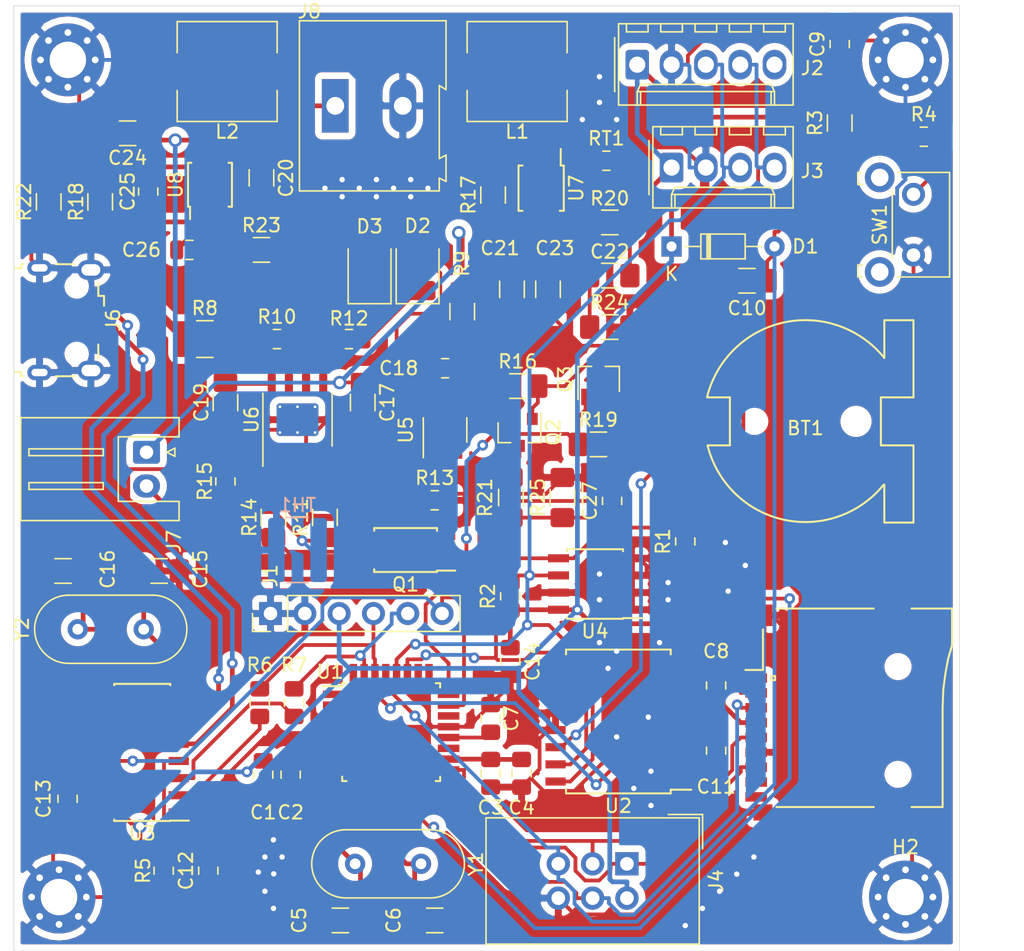
<source format=kicad_pcb>
(kicad_pcb (version 20190331) (host pcbnew 5.1.0-unknown-1ae47b6~94~ubuntu16.04.1)
  (layers (0 F.Cu signal) (31 B.Cu signal) (34 B.Paste user) (35 F.Paste user) (36 B.SilkS user) (37 F.SilkS user) (38 B.Mask user) (39 F.Mask user) (44 Edge.Cuts user))
  (net 0 "")
  (net 1 GND)
  (net 2 "Net-(BT1-Pad1)")
  (net 3 +3V3)
  (net 4 "/PB6(XTAL1)")
  (net 5 "/PB7(XTAL2)")
  (net 6 /DTR)
  (net 7 "/PC6(RESET)")
  (net 8 /RX)
  (net 9 /TX)
  (net 10 /SCL)
  (net 11 /SDA)
  (net 12 /SD_CS)
  (net 13 /MOSI)
  (net 14 /MISO)
  (net 15 "Net-(D2-Pad1)")
  (net 16 "Net-(L1-Pad2)")
  (net 17 "Net-(L1-Pad1)")
  (net 18 "Net-(Q1-Pad1)")
  (net 19 "Net-(R14-Pad1)")
  (net 20 "Net-(RT1-Pad1)")
  (net 21 "Net-(C7-Pad1)")
  (net 22 BAT+)
  (net 23 BAT-)
  (net 24 "Net-(C15-Pad1)")
  (net 25 "Net-(C16-Pad1)")
  (net 26 "Net-(C18-Pad1)")
  (net 27 "Net-(D3-Pad1)")
  (net 28 "Net-(R4-Pad2)")
  (net 29 "Net-(R13-Pad1)")
  (net 30 "Net-(R18-Pad2)")
  (net 31 /INT0)
  (net 32 "Net-(C12-Pad2)")
  (net 33 "Net-(C19-Pad1)")
  (net 34 ADC)
  (net 35 "Net-(C22-Pad2)")
  (net 36 "Net-(C22-Pad1)")
  (net 37 UD+)
  (net 38 UD-)
  (net 39 "Net-(Q1-Pad5)")
  (net 40 "Net-(Q1-Pad4)")
  (net 41 "Net-(Q2-Pad3)")
  (net 42 "Net-(Q2-Pad1)")
  (net 43 ENABLE)
  (net 44 "Net-(R6-Pad2)")
  (net 45 "Net-(R7-Pad2)")
  (net 46 "Net-(R10-Pad1)")
  (net 47 "Net-(R11-Pad2)")
  (net 48 "Net-(R12-Pad1)")
  (net 49 "Net-(C20-Pad1)")
  (net 50 "Net-(C25-Pad1)")
  (net 51 "Net-(C26-Pad1)")
  (net 52 "Net-(J6-Pad1)")
  (net 53 "Net-(L2-Pad2)")
  (net 54 "Net-(R20-Pad2)")
  (net 55 "Net-(R23-Pad1)")
  (net 56 "Net-(C11-Pad1)")
  (net 57 /SCK)
  (module Capacitor_SMD:C_1206_3216Metric_Pad1.42x1.75mm_HandSolder (layer F.Cu) (at 93.6459 91.8494 180)
    (fp_text reference C16 (at -3.302 0.127 270) (layer F.SilkS))
    (fp_text value 22pF)
    (pad 2 smd roundrect (at 1.4875 0 180) (size 1.425 1.75) (layers F.Cu F.Paste F.Mask) (roundrect_rratio 0.175439) (net 1 GND))
    (pad 1 smd roundrect (at -1.4875 0 180) (size 1.425 1.75) (layers F.Cu F.Paste F.Mask) (roundrect_rratio 0.175439) (net 25 "Net-(C16-Pad1)"))
  )
  (module "kicad_libraries:1220 Battery Holder, SMD" (layer F.Cu) (at 148.59 80.772)
    (fp_text reference BT1 (at 0 0.5) (layer F.SilkS))
    (fp_text value 3V)
    (pad 2 smd rect (at 7.9 0) (size 4 3) (layers F.Cu F.Paste F.Mask) (net 1 GND))
    (pad 1 smd rect (at -7.9 0) (size 4 3) (layers F.Cu F.Paste F.Mask) (net 2 "Net-(BT1-Pad1)"))
    (pad "" np_thru_hole circle (at -3.75 0) (size 1 1) (drill 1) (layers *.Cu *.Mask))
    (pad "" np_thru_hole circle (at 3.75 0) (size 1.3 1.3) (drill 1.3) (layers *.Cu *.Mask))
  )
  (module kicad_libraries:Conn_uSDcard (layer F.Cu) (at 155.448 101.981 90)
    (fp_text reference XS1)
    (fp_text value uSD-push_push_SMD)
    (pad 6 smd rect (at 7.75 -0.4 90) (size 1.2 2.2) (layers F.Cu F.Paste F.Mask) (net 1 GND))
    (pad 6 smd rect (at -7.75 -0.4 90) (size 1.2 2.2) (layers F.Cu F.Paste F.Mask) (net 1 GND))
    (pad 6 smd rect (at 6.85 -10 90) (size 1.6 1.4) (layers F.Cu F.Paste F.Mask) (net 1 GND))
    (pad 6 smd rect (at -7.75 -10 90) (size 1.2 1.4) (layers F.Cu F.Paste F.Mask) (net 1 GND))
    (pad 9 smd rect (at -6.6 -10.5 90) (size 0.7 1.6) (layers F.Cu F.Paste F.Mask))
    (pad 7 smd rect (at -4.4 -10.5 90) (size 0.7 1.6) (layers F.Cu F.Paste F.Mask) (net 14 /MISO))
    (pad 8 smd rect (at -5.5 -10.5 90) (size 0.7 1.6) (layers F.Cu F.Paste F.Mask))
    (pad 6 smd rect (at -3.3 -10.5 90) (size 0.7 1.6) (layers F.Cu F.Paste F.Mask) (net 1 GND))
    (pad 5 smd rect (at -2.2 -10.5 90) (size 0.7 1.6) (layers F.Cu F.Paste F.Mask) (net 57 /SCK))
    (pad 4 smd rect (at -1.1 -10.5 90) (size 0.7 1.6) (layers F.Cu F.Paste F.Mask) (net 3 +3V3))
    (pad 1 smd rect (at 2.2 -10.5 90) (size 0.7 1.6) (layers F.Cu F.Paste F.Mask))
    (pad 2 smd rect (at 1.1 -10.5 90) (size 0.7 1.6) (layers F.Cu F.Paste F.Mask) (net 12 /SD_CS))
    (pad "" np_thru_hole circle (at 3.05 0 90) (size 1 1) (drill 1) (layers *.Cu))
    (pad "" np_thru_hole circle (at -4.93 0 90) (size 1 1) (drill 1) (layers *.Cu))
    (pad 3 smd rect (at 0 -10.5 90) (size 0.7 1.6) (layers F.Cu F.Paste F.Mask) (net 13 /MOSI))
  )
  (module Connector_USB:USB_Micro-B_Wuerth_629105150521 (layer F.Cu) (at 93.853 73.279 270)
    (fp_text reference J6 (at 0 -3.5 270) (layer F.SilkS))
    (fp_text value USB_B_Mini)
    (pad "" np_thru_hole oval (at 2.5 -0.8 270) (size 0.8 0.8) (drill 0.8) (layers *.Cu *.Mask))
    (pad "" np_thru_hole oval (at -2.5 -0.8 270) (size 0.8 0.8) (drill 0.8) (layers *.Cu *.Mask))
    (pad 6 thru_hole oval (at 3.875 1.95 270) (size 1.15 1.8) (drill oval 0.55 1.2) (layers *.Cu *.Mask) (net 1 GND))
    (pad 6 thru_hole oval (at -3.875 1.95 270) (size 1.15 1.8) (drill oval 0.55 1.2) (layers *.Cu *.Mask) (net 1 GND))
    (pad 6 thru_hole oval (at 3.725 -1.85 270) (size 1.45 2) (drill oval 0.85 1.4) (layers *.Cu *.Mask) (net 1 GND))
    (pad 6 thru_hole oval (at -3.725 -1.85 270) (size 1.45 2) (drill oval 0.85 1.4) (layers *.Cu *.Mask) (net 1 GND))
    (pad 5 smd rect (at 1.3 -1.9 270) (size 0.45 1.3) (layers F.Cu F.Paste F.Mask) (net 1 GND))
    (pad 4 smd rect (at 0.65 -1.9 270) (size 0.45 1.3) (layers F.Cu F.Paste F.Mask))
    (pad 3 smd rect (at 0 -1.9 270) (size 0.45 1.3) (layers F.Cu F.Paste F.Mask) (net 37 UD+))
    (pad 2 smd rect (at -0.65 -1.9 270) (size 0.45 1.3) (layers F.Cu F.Paste F.Mask) (net 38 UD-))
    (pad 1 smd rect (at -1.3 -1.9 270) (size 0.45 1.3) (layers F.Cu F.Paste F.Mask) (net 52 "Net-(J6-Pad1)"))
  )
  (module Package_SO:MSOP-10-1EP_3x3mm_P0.5mm_EP1.68x1.88mm (layer F.Cu) (at 104.521 63.246 90)
    (fp_text reference U8 (at 0 -2.55 90) (layer F.SilkS))
    (fp_text value LTC3105)
    (pad 11 smd rect (at 0 0 90) (size 1.68 1.88) (layers F.Cu F.Mask) (net 1 GND))
    (pad 10 smd rect (at 2.105 -1 90) (size 0.89 0.305) (layers F.Cu F.Paste F.Mask) (net 50 "Net-(C25-Pad1)"))
    (pad 9 smd rect (at 2.105 -0.5 90) (size 0.89 0.305) (layers F.Cu F.Paste F.Mask) (net 22 BAT+))
    (pad 8 smd rect (at 2.105 0 90) (size 0.89 0.305) (layers F.Cu F.Paste F.Mask))
    (pad 7 smd rect (at 2.105 0.5 90) (size 0.89 0.305) (layers F.Cu F.Paste F.Mask) (net 53 "Net-(L2-Pad2)"))
    (pad 6 smd rect (at 2.105 1 90) (size 0.89 0.305) (layers F.Cu F.Paste F.Mask) (net 49 "Net-(C20-Pad1)"))
    (pad 5 smd rect (at -2.105 1 90) (size 0.89 0.305) (layers F.Cu F.Paste F.Mask) (net 55 "Net-(R23-Pad1)"))
    (pad 4 smd rect (at -2.105 0.5 90) (size 0.89 0.305) (layers F.Cu F.Paste F.Mask))
    (pad 3 smd rect (at -2.105 0 90) (size 0.89 0.305) (layers F.Cu F.Paste F.Mask) (net 1 GND))
    (pad 2 smd rect (at -2.105 -0.5 90) (size 0.89 0.305) (layers F.Cu F.Paste F.Mask) (net 51 "Net-(C26-Pad1)"))
    (pad 1 smd rect (at -2.105 -1 90) (size 0.89 0.305) (layers F.Cu F.Paste F.Mask) (net 30 "Net-(R18-Pad2)"))
  )
  (module Resistor_SMD:R_1206_3216Metric_Pad1.42x1.75mm_HandSolder (layer F.Cu) (at 130.603 86.412 90)
    (fp_text reference R25 (at 0 -1.82 90) (layer F.SilkS))
    (fp_text value 100k)
    (pad 2 smd roundrect (at 1.4875 0 90) (size 1.425 1.75) (layers F.Cu F.Paste F.Mask) (roundrect_rratio 0.175439) (net 1 GND))
    (pad 1 smd roundrect (at -1.4875 0 90) (size 1.425 1.75) (layers F.Cu F.Paste F.Mask) (roundrect_rratio 0.175439) (net 34 ADC))
  )
  (module Resistor_SMD:R_1206_3216Metric_Pad1.42x1.75mm_HandSolder (layer F.Cu) (at 134.112 73.787)
    (fp_text reference R24 (at 0 -1.82) (layer F.SilkS))
    (fp_text value 200k)
    (pad 2 smd roundrect (at 1.4875 0) (size 1.425 1.75) (layers F.Cu F.Paste F.Mask) (roundrect_rratio 0.175439) (net 1 GND))
    (pad 1 smd roundrect (at -1.4875 0) (size 1.425 1.75) (layers F.Cu F.Paste F.Mask) (roundrect_rratio 0.175439) (net 36 "Net-(C22-Pad1)"))
  )
  (module Resistor_SMD:R_1206_3216Metric_Pad1.42x1.75mm_HandSolder (layer F.Cu) (at 108.331 68.072)
    (fp_text reference R23 (at 0 -1.82) (layer F.SilkS))
    (fp_text value 40k2)
    (pad 2 smd roundrect (at 1.4875 0) (size 1.425 1.75) (layers F.Cu F.Paste F.Mask) (roundrect_rratio 0.175439) (net 1 GND))
    (pad 1 smd roundrect (at -1.4875 0) (size 1.425 1.75) (layers F.Cu F.Paste F.Mask) (roundrect_rratio 0.175439) (net 55 "Net-(R23-Pad1)"))
  )
  (module Inductor_SMD:L_7.3x7.3_H4.5 (layer F.Cu) (at 105.791 54.864 180)
    (fp_text reference L2 (at 0 -4.45 180) (layer F.SilkS))
    (fp_text value 10uH)
    (pad 2 smd rect (at 3.2 0 180) (size 1.5 2.2) (layers F.Cu F.Paste F.Mask) (net 53 "Net-(L2-Pad2)"))
    (pad 1 smd rect (at -3.2 0 180) (size 1.5 2.2) (layers F.Cu F.Paste F.Mask) (net 49 "Net-(C20-Pad1)"))
  )
  (module TerminalBlock:TerminalBlock_Altech_AK300-2_P5.00mm (layer F.Cu) (at 113.792 57.404)
    (fp_text reference J8 (at -1.92 -6.99) (layer F.SilkS))
    (fp_text value PhotoCell)
    (pad 2 thru_hole oval (at 5 0) (size 1.98 3.96) (drill 1.32) (layers *.Cu *.Mask) (net 1 GND))
    (pad 1 thru_hole rect (at 0 0) (size 1.98 3.96) (drill 1.32) (layers *.Cu *.Mask) (net 49 "Net-(C20-Pad1)"))
  )
  (module Connector_JST:JST_XH_S02B-XH-A_1x02_P2.50mm_Horizontal (layer F.Cu) (at 99.822 83.058 270)
    (fp_text reference J7 (at 6.604 -2.032 270) (layer F.SilkS))
    (fp_text value BAT)
    (pad 2 thru_hole oval (at 2.5 0 270) (size 1.7 2) (drill 1) (layers *.Cu *.Mask) (net 23 BAT-))
    (pad 1 thru_hole roundrect (at 0 0 270) (size 1.7 2) (drill 1) (layers *.Cu *.Mask) (roundrect_rratio 0.147059) (net 22 BAT+))
  )
  (module Capacitor_SMD:C_0805_2012Metric_Pad1.15x1.40mm_HandSolder (layer F.Cu) (at 134.286 86.666 90)
    (fp_text reference C27 (at 0 -1.65 90) (layer F.SilkS))
    (fp_text value 100nF)
    (pad 2 smd roundrect (at 1.025 0 90) (size 1.15 1.4) (layers F.Cu F.Paste F.Mask) (roundrect_rratio 0.217391) (net 1 GND))
    (pad 1 smd roundrect (at -1.025 0 90) (size 1.15 1.4) (layers F.Cu F.Paste F.Mask) (roundrect_rratio 0.217391) (net 34 ADC))
  )
  (module Capacitor_SMD:C_0805_2012Metric (layer F.Cu) (at 102.997 68.072)
    (fp_text reference C26 (at -3.556 0) (layer F.SilkS))
    (fp_text value 4.7uF)
    (pad 2 smd roundrect (at 0.9375 0) (size 0.975 1.4) (layers F.Cu F.Paste F.Mask) (net 1 GND))
    (pad 1 smd roundrect (at -0.9375 0) (size 0.975 1.4) (layers F.Cu F.Paste F.Mask) (net 51 "Net-(C26-Pad1)"))
  )
  (module Capacitor_SMD:C_0805_2012Metric (layer F.Cu) (at 99.949 63.754 270)
    (fp_text reference C25 (at 0 1.524 270) (layer F.SilkS))
    (fp_text value 1uF)
    (pad 2 smd roundrect (at 0.9375 0 270) (size 0.975 1.4) (layers F.Cu F.Paste F.Mask) (net 1 GND))
    (pad 1 smd roundrect (at -0.9375 0 270) (size 0.975 1.4) (layers F.Cu F.Paste F.Mask) (net 50 "Net-(C25-Pad1)"))
  )
  (module Capacitor_SMD:C_1206_3216Metric_Pad1.42x1.75mm_HandSolder (layer F.Cu) (at 98.425 59.436 180)
    (fp_text reference C24 (at 0 -1.82 180) (layer F.SilkS))
    (fp_text value 10uF)
    (pad 2 smd roundrect (at 1.4875 0 180) (size 1.425 1.75) (layers F.Cu F.Paste F.Mask) (roundrect_rratio 0.175439) (net 1 GND))
    (pad 1 smd roundrect (at -1.4875 0 180) (size 1.425 1.75) (layers F.Cu F.Paste F.Mask) (roundrect_rratio 0.175439) (net 22 BAT+))
  )
  (module Capacitor_SMD:C_1206_3216Metric_Pad1.42x1.75mm_HandSolder (layer F.Cu) (at 108.331 62.738 270)
    (fp_text reference C20 (at 0 -1.82 270) (layer F.SilkS))
    (fp_text value 10uF)
    (pad 2 smd roundrect (at 1.4875 0 270) (size 1.425 1.75) (layers F.Cu F.Paste F.Mask) (roundrect_rratio 0.175439) (net 1 GND))
    (pad 1 smd roundrect (at -1.4875 0 270) (size 1.425 1.75) (layers F.Cu F.Paste F.Mask) (roundrect_rratio 0.175439) (net 49 "Net-(C20-Pad1)"))
  )
  (module Crystal:Crystal_HC49-U_Vertical (layer F.Cu) (at 99.6149 96.1674 180)
    (fp_text reference Y2 (at 9.017 0 90) (layer F.SilkS))
    (fp_text value 12MHz)
    (pad 2 thru_hole circle (at 4.88 0 180) (size 1.5 1.5) (drill 0.8) (layers *.Cu *.Mask) (net 25 "Net-(C16-Pad1)"))
    (pad 1 thru_hole circle (at 0 0 180) (size 1.5 1.5) (drill 0.8) (layers *.Cu *.Mask) (net 24 "Net-(C15-Pad1)"))
  )
  (module Crystal:Crystal_HC49-U_Vertical (layer F.Cu) (at 120.142 113.538 180)
    (fp_text reference Y1 (at -4.064 0 90) (layer F.SilkS))
    (fp_text value 8MHz)
    (pad 2 thru_hole circle (at 4.88 0 180) (size 1.5 1.5) (drill 0.8) (layers *.Cu *.Mask) (net 4 "/PB6(XTAL1)"))
    (pad 1 thru_hole circle (at 0 0 180) (size 1.5 1.5) (drill 0.8) (layers *.Cu *.Mask) (net 5 "/PB7(XTAL2)"))
  )
  (module Package_SO:MSOP-10_3x3mm_P0.5mm (layer F.Cu) (at 129.032 63.5 270)
    (fp_text reference U7 (at 0 -2.6 270) (layer F.SilkS))
    (fp_text value LTC3440)
    (pad 10 smd rect (at 2.2 -1 270) (size 1.4 0.3) (layers F.Cu F.Paste F.Mask) (net 54 "Net-(R20-Pad2)"))
    (pad 9 smd rect (at 2.2 -0.5 270) (size 1.4 0.3) (layers F.Cu F.Paste F.Mask) (net 36 "Net-(C22-Pad1)"))
    (pad 8 smd rect (at 2.2 0 270) (size 1.4 0.3) (layers F.Cu F.Paste F.Mask) (net 22 BAT+))
    (pad 7 smd rect (at 2.2 0.5 270) (size 1.4 0.3) (layers F.Cu F.Paste F.Mask) (net 22 BAT+))
    (pad 6 smd rect (at 2.2 1 270) (size 1.4 0.3) (layers F.Cu F.Paste F.Mask) (net 3 +3V3))
    (pad 5 smd rect (at -2.2 1 270) (size 1.4 0.3) (layers F.Cu F.Paste F.Mask) (net 1 GND))
    (pad 4 smd rect (at -2.2 0.5 270) (size 1.4 0.3) (layers F.Cu F.Paste F.Mask) (net 16 "Net-(L1-Pad2)"))
    (pad 3 smd rect (at -2.2 0 270) (size 1.4 0.3) (layers F.Cu F.Paste F.Mask) (net 17 "Net-(L1-Pad1)"))
    (pad 2 smd rect (at -2.2 -0.5 270) (size 1.4 0.3) (layers F.Cu F.Paste F.Mask))
    (pad 1 smd rect (at -2.2 -1 270) (size 1.4 0.3) (layers F.Cu F.Paste F.Mask) (net 20 "Net-(RT1-Pad1)"))
  )
  (module Package_SO:HSOP-8-1EP_3.9x4.9mm_P1.27mm_EP2.41x3.1mm_ThermalVias (layer F.Cu) (at 110.998 80.645 90)
    (fp_text reference U6 (at 0 -3.4 90) (layer F.SilkS))
    (fp_text value TP4056)
    (pad 8 smd roundrect (at 2.65 -1.905 90) (size 1.6 0.6) (layers F.Cu F.Paste F.Mask) (net 33 "Net-(C19-Pad1)"))
    (pad 7 smd roundrect (at 2.65 -0.635 90) (size 1.6 0.6) (layers F.Cu F.Paste F.Mask) (net 46 "Net-(R10-Pad1)"))
    (pad 6 smd roundrect (at 2.65 0.635 90) (size 1.6 0.6) (layers F.Cu F.Paste F.Mask) (net 48 "Net-(R12-Pad1)"))
    (pad 5 smd roundrect (at 2.65 1.905 90) (size 1.6 0.6) (layers F.Cu F.Paste F.Mask) (net 22 BAT+))
    (pad 4 smd roundrect (at -2.65 1.905 90) (size 1.6 0.6) (layers F.Cu F.Paste F.Mask) (net 33 "Net-(C19-Pad1)"))
    (pad 3 smd roundrect (at -2.65 0.635 90) (size 1.6 0.6) (layers F.Cu F.Paste F.Mask) (net 1 GND))
    (pad 2 smd roundrect (at -2.65 -0.635 90) (size 1.6 0.6) (layers F.Cu F.Paste F.Mask) (net 19 "Net-(R14-Pad1)"))
    (pad 1 smd roundrect (at -2.65 -1.905 90) (size 1.6 0.6) (layers F.Cu F.Paste F.Mask) (net 47 "Net-(R11-Pad2)"))
    (pad 9 smd roundrect (at 0 0 90) (size 2.41 3.1) (layers B.Cu) (roundrect_rratio 0.103734))
    (pad 9 thru_hole circle (at 0.955 1.3 90) (size 0.5 0.5) (drill 0.2) (layers *.Cu) (net 1 GND))
    (pad 9 thru_hole circle (at -0.955 1.3 90) (size 0.5 0.5) (drill 0.2) (layers *.Cu) (net 1 GND))
    (pad 9 thru_hole circle (at 0.955 0 90) (size 0.5 0.5) (drill 0.2) (layers *.Cu) (net 1 GND))
    (pad 9 thru_hole circle (at -0.955 0 90) (size 0.5 0.5) (drill 0.2) (layers *.Cu) (net 1 GND))
    (pad 9 thru_hole circle (at 0.955 -1.3 90) (size 0.5 0.5) (drill 0.2) (layers *.Cu) (net 1 GND))
    (pad 9 thru_hole circle (at -0.955 -1.3 90) (size 0.5 0.5) (drill 0.2) (layers *.Cu) (net 1 GND))
    (pad 9 smd roundrect (at 0 0 90) (size 2.41 3.1) (layers F.Cu F.Mask) (roundrect_rratio 0.104) (net 1 GND))
  )
  (module Package_TO_SOT_SMD:SOT-23-6_Handsoldering (layer F.Cu) (at 121.92 81.407 90)
    (fp_text reference U5 (at 0 -2.9 90) (layer F.SilkS))
    (fp_text value FS312F-G)
    (pad 5 smd rect (at 1.35 0 90) (size 1.56 0.65) (layers F.Cu F.Paste F.Mask) (net 26 "Net-(C18-Pad1)"))
    (pad 6 smd rect (at 1.35 -0.95 90) (size 1.56 0.65) (layers F.Cu F.Paste F.Mask) (net 23 BAT-))
    (pad 4 smd rect (at 1.35 0.95 90) (size 1.56 0.65) (layers F.Cu F.Paste F.Mask))
    (pad 3 smd rect (at -1.35 0.95 90) (size 1.56 0.65) (layers F.Cu F.Paste F.Mask) (net 39 "Net-(Q1-Pad5)"))
    (pad 2 smd rect (at -1.35 0 90) (size 1.56 0.65) (layers F.Cu F.Paste F.Mask) (net 29 "Net-(R13-Pad1)"))
    (pad 1 smd rect (at -1.35 -0.95 90) (size 1.56 0.65) (layers F.Cu F.Paste F.Mask) (net 40 "Net-(Q1-Pad4)"))
  )
  (module Package_SO:SOIC-8_3.9x4.9mm_P1.27mm (layer F.Cu) (at 133.018 92.8155 180)
    (fp_text reference U4 (at 0 -3.5 180) (layer F.SilkS))
    (fp_text value AT24CS32-SSHM)
    (pad 8 smd rect (at 2.7 -1.905 180) (size 1.55 0.6) (layers F.Cu F.Paste F.Mask) (net 3 +3V3))
    (pad 7 smd rect (at 2.7 -0.635 180) (size 1.55 0.6) (layers F.Cu F.Paste F.Mask) (net 1 GND))
    (pad 6 smd rect (at 2.7 0.635 180) (size 1.55 0.6) (layers F.Cu F.Paste F.Mask) (net 10 /SCL))
    (pad 5 smd rect (at 2.7 1.905 180) (size 1.55 0.6) (layers F.Cu F.Paste F.Mask) (net 11 /SDA))
    (pad 4 smd rect (at -2.7 1.905 180) (size 1.55 0.6) (layers F.Cu F.Paste F.Mask) (net 1 GND))
    (pad 3 smd rect (at -2.7 0.635 180) (size 1.55 0.6) (layers F.Cu F.Paste F.Mask) (net 1 GND))
    (pad 2 smd rect (at -2.7 -0.635 180) (size 1.55 0.6) (layers F.Cu F.Paste F.Mask) (net 1 GND))
    (pad 1 smd rect (at -2.7 -1.905 180) (size 1.55 0.6) (layers F.Cu F.Paste F.Mask) (net 1 GND))
  )
  (module Package_SO:SOIC-16_3.9x9.9mm_P1.27mm (layer F.Cu) (at 99.5064 105.287 180)
    (fp_text reference U3 (at 0 -6 180) (layer F.SilkS))
    (fp_text value CH340G)
    (pad 16 smd rect (at 2.7 -4.445 180) (size 1.5 0.6) (layers F.Cu F.Paste F.Mask) (net 3 +3V3))
    (pad 15 smd rect (at 2.7 -3.175 180) (size 1.5 0.6) (layers F.Cu F.Paste F.Mask))
    (pad 14 smd rect (at 2.7 -1.905 180) (size 1.5 0.6) (layers F.Cu F.Paste F.Mask))
    (pad 13 smd rect (at 2.7 -0.635 180) (size 1.5 0.6) (layers F.Cu F.Paste F.Mask) (net 6 /DTR))
    (pad 12 smd rect (at 2.7 0.635 180) (size 1.5 0.6) (layers F.Cu F.Paste F.Mask))
    (pad 11 smd rect (at 2.7 1.905 180) (size 1.5 0.6) (layers F.Cu F.Paste F.Mask))
    (pad 10 smd rect (at 2.7 3.175 180) (size 1.5 0.6) (layers F.Cu F.Paste F.Mask))
    (pad 9 smd rect (at 2.7 4.445 180) (size 1.5 0.6) (layers F.Cu F.Paste F.Mask))
    (pad 8 smd rect (at -2.7 4.445 180) (size 1.5 0.6) (layers F.Cu F.Paste F.Mask) (net 25 "Net-(C16-Pad1)"))
    (pad 7 smd rect (at -2.7 3.175 180) (size 1.5 0.6) (layers F.Cu F.Paste F.Mask) (net 24 "Net-(C15-Pad1)"))
    (pad 6 smd rect (at -2.7 1.905 180) (size 1.5 0.6) (layers F.Cu F.Paste F.Mask) (net 38 UD-))
    (pad 5 smd rect (at -2.7 0.635 180) (size 1.5 0.6) (layers F.Cu F.Paste F.Mask) (net 37 UD+))
    (pad 4 smd rect (at -2.7 -0.635 180) (size 1.5 0.6) (layers F.Cu F.Paste F.Mask) (net 32 "Net-(C12-Pad2)"))
    (pad 3 smd rect (at -2.7 -1.905 180) (size 1.5 0.6) (layers F.Cu F.Paste F.Mask) (net 45 "Net-(R7-Pad2)"))
    (pad 2 smd rect (at -2.7 -3.175 180) (size 1.5 0.6) (layers F.Cu F.Paste F.Mask) (net 44 "Net-(R6-Pad2)"))
    (pad 1 smd rect (at -2.7 -4.445 180) (size 1.5 0.6) (layers F.Cu F.Paste F.Mask) (net 1 GND))
  )
  (module Package_SO:SOIC-16W_7.5x10.3mm_P1.27mm (layer F.Cu) (at 134.747 102.997 180)
    (fp_text reference U2 (at 0 -6.25 180) (layer F.SilkS))
    (fp_text value DS3231M)
    (pad 16 smd rect (at 4.65 -4.445 180) (size 1.5 0.6) (layers F.Cu F.Paste F.Mask) (net 10 /SCL))
    (pad 15 smd rect (at 4.65 -3.175 180) (size 1.5 0.6) (layers F.Cu F.Paste F.Mask) (net 11 /SDA))
    (pad 14 smd rect (at 4.65 -1.905 180) (size 1.5 0.6) (layers F.Cu F.Paste F.Mask) (net 2 "Net-(BT1-Pad1)"))
    (pad 13 smd rect (at 4.65 -0.635 180) (size 1.5 0.6) (layers F.Cu F.Paste F.Mask) (net 1 GND))
    (pad 12 smd rect (at 4.65 0.635 180) (size 1.5 0.6) (layers F.Cu F.Paste F.Mask) (net 1 GND))
    (pad 11 smd rect (at 4.65 1.905 180) (size 1.5 0.6) (layers F.Cu F.Paste F.Mask) (net 1 GND))
    (pad 10 smd rect (at 4.65 3.175 180) (size 1.5 0.6) (layers F.Cu F.Paste F.Mask) (net 1 GND))
    (pad 9 smd rect (at 4.65 4.445 180) (size 1.5 0.6) (layers F.Cu F.Paste F.Mask) (net 1 GND))
    (pad 8 smd rect (at -4.65 4.445 180) (size 1.5 0.6) (layers F.Cu F.Paste F.Mask) (net 1 GND))
    (pad 7 smd rect (at -4.65 3.175 180) (size 1.5 0.6) (layers F.Cu F.Paste F.Mask) (net 1 GND))
    (pad 6 smd rect (at -4.65 1.905 180) (size 1.5 0.6) (layers F.Cu F.Paste F.Mask) (net 1 GND))
    (pad 5 smd rect (at -4.65 0.635 180) (size 1.5 0.6) (layers F.Cu F.Paste F.Mask) (net 1 GND))
    (pad 4 smd rect (at -4.65 -0.635 180) (size 1.5 0.6) (layers F.Cu F.Paste F.Mask))
    (pad 3 smd rect (at -4.65 -1.905 180) (size 1.5 0.6) (layers F.Cu F.Paste F.Mask) (net 31 /INT0))
    (pad 2 smd rect (at -4.65 -3.175 180) (size 1.5 0.6) (layers F.Cu F.Paste F.Mask) (net 56 "Net-(C11-Pad1)"))
    (pad 1 smd rect (at -4.65 -4.445 180) (size 1.5 0.6) (layers F.Cu F.Paste F.Mask))
  )
  (module Package_QFP:TQFP-32_7x7mm_P0.8mm (layer F.Cu) (at 117.932 103.784)
    (fp_text reference U1 (at -4.5212 -4.4704) (layer F.SilkS))
    (fp_text value ATmega328P-AU)
    (pad 32 smd rect (at -2.8 -4.25 90) (size 1.6 0.55) (layers F.Cu F.Paste F.Mask) (net 31 /INT0))
    (pad 31 smd rect (at -2 -4.25 90) (size 1.6 0.55) (layers F.Cu F.Paste F.Mask) (net 9 /TX))
    (pad 30 smd rect (at -1.2 -4.25 90) (size 1.6 0.55) (layers F.Cu F.Paste F.Mask) (net 8 /RX))
    (pad 29 smd rect (at -0.4 -4.25 90) (size 1.6 0.55) (layers F.Cu F.Paste F.Mask) (net 7 "/PC6(RESET)"))
    (pad 28 smd rect (at 0.4 -4.25 90) (size 1.6 0.55) (layers F.Cu F.Paste F.Mask) (net 10 /SCL))
    (pad 27 smd rect (at 1.2 -4.25 90) (size 1.6 0.55) (layers F.Cu F.Paste F.Mask) (net 11 /SDA))
    (pad 26 smd rect (at 2 -4.25 90) (size 1.6 0.55) (layers F.Cu F.Paste F.Mask))
    (pad 25 smd rect (at 2.8 -4.25 90) (size 1.6 0.55) (layers F.Cu F.Paste F.Mask))
    (pad 24 smd rect (at 4.25 -2.8) (size 1.6 0.55) (layers F.Cu F.Paste F.Mask) (net 43 ENABLE))
    (pad 23 smd rect (at 4.25 -2) (size 1.6 0.55) (layers F.Cu F.Paste F.Mask) (net 34 ADC))
    (pad 22 smd rect (at 4.25 -1.2) (size 1.6 0.55) (layers F.Cu F.Paste F.Mask))
    (pad 21 smd rect (at 4.25 -0.4) (size 1.6 0.55) (layers F.Cu F.Paste F.Mask) (net 1 GND))
    (pad 20 smd rect (at 4.25 0.4) (size 1.6 0.55) (layers F.Cu F.Paste F.Mask) (net 21 "Net-(C7-Pad1)"))
    (pad 19 smd rect (at 4.25 1.2) (size 1.6 0.55) (layers F.Cu F.Paste F.Mask))
    (pad 18 smd rect (at 4.25 2) (size 1.6 0.55) (layers F.Cu F.Paste F.Mask) (net 3 +3V3))
    (pad 17 smd rect (at 4.25 2.8) (size 1.6 0.55) (layers F.Cu F.Paste F.Mask) (net 57 /SCK))
    (pad 16 smd rect (at 2.8 4.25 90) (size 1.6 0.55) (layers F.Cu F.Paste F.Mask) (net 14 /MISO))
    (pad 15 smd rect (at 2 4.25 90) (size 1.6 0.55) (layers F.Cu F.Paste F.Mask) (net 13 /MOSI))
    (pad 14 smd rect (at 1.2 4.25 90) (size 1.6 0.55) (layers F.Cu F.Paste F.Mask) (net 12 /SD_CS))
    (pad 13 smd rect (at 0.4 4.25 90) (size 1.6 0.55) (layers F.Cu F.Paste F.Mask))
    (pad 12 smd rect (at -0.4 4.25 90) (size 1.6 0.55) (layers F.Cu F.Paste F.Mask))
    (pad 11 smd rect (at -1.2 4.25 90) (size 1.6 0.55) (layers F.Cu F.Paste F.Mask))
    (pad 10 smd rect (at -2 4.25 90) (size 1.6 0.55) (layers F.Cu F.Paste F.Mask))
    (pad 9 smd rect (at -2.8 4.25 90) (size 1.6 0.55) (layers F.Cu F.Paste F.Mask))
    (pad 8 smd rect (at -4.25 2.8) (size 1.6 0.55) (layers F.Cu F.Paste F.Mask) (net 5 "/PB7(XTAL2)"))
    (pad 7 smd rect (at -4.25 2) (size 1.6 0.55) (layers F.Cu F.Paste F.Mask) (net 4 "/PB6(XTAL1)"))
    (pad 6 smd rect (at -4.25 1.2) (size 1.6 0.55) (layers F.Cu F.Paste F.Mask) (net 3 +3V3))
    (pad 5 smd rect (at -4.25 0.4) (size 1.6 0.55) (layers F.Cu F.Paste F.Mask) (net 1 GND))
    (pad 4 smd rect (at -4.25 -0.4) (size 1.6 0.55) (layers F.Cu F.Paste F.Mask) (net 3 +3V3))
    (pad 3 smd rect (at -4.25 -1.2) (size 1.6 0.55) (layers F.Cu F.Paste F.Mask) (net 1 GND))
    (pad 2 smd rect (at -4.25 -2) (size 1.6 0.55) (layers F.Cu F.Paste F.Mask))
    (pad 1 smd rect (at -4.25 -2.8) (size 1.6 0.55) (layers F.Cu F.Paste F.Mask))
  )
  (module Resistor_SMD:R_1218_3246Metric_Pad1.22x4.75mm_HandSolder (layer B.Cu) (at 110.998 90.297 180)
    (fp_text reference TH1 (at 0 3.32 180) (layer B.SilkS) (effects (justify mirror)))
    (fp_text value "10k (25ᵒ)")
    (pad 1 smd roundrect (at -1.5625 0 180) (size 1.225 4.75) (layers B.Cu B.Paste B.Mask) (roundrect_rratio 0.204082) (net 47 "Net-(R11-Pad2)"))
    (pad 2 smd roundrect (at 1.5625 0 180) (size 1.225 4.75) (layers B.Cu B.Paste B.Mask) (roundrect_rratio 0.204082) (net 1 GND))
  )
  (module Button_Switch_THT:SW_Tactile_SKHH_Angled (layer F.Cu) (at 156.592 63.9555 270)
    (fp_text reference SW1 (at 2.25 2.5 270) (layer F.SilkS))
    (fp_text value SW_Push)
    (pad 1 thru_hole circle (at 0 0 90) (size 1.7 1.7) (drill 1) (layers *.Cu *.Mask) (net 28 "Net-(R4-Pad2)"))
    (pad 2 thru_hole circle (at 4.5 0 90) (size 1.7 1.7) (drill 1) (layers *.Cu *.Mask) (net 1 GND))
    (pad "" thru_hole circle (at -1.25 2.5 90) (size 2.2 2.2) (drill 1.3) (layers *.Cu *.Mask))
    (pad "" thru_hole circle (at 5.75 2.5 90) (size 2.2 2.2) (drill 1.3) (layers *.Cu *.Mask))
  )
  (module Resistor_SMD:R_0805_2012Metric_Pad1.15x1.40mm_HandSolder (layer F.Cu) (at 133.858 61.468)
    (fp_text reference RT1 (at 0 -1.65) (layer F.SilkS))
    (fp_text value 30k1)
    (pad 2 smd roundrect (at 1.025 0) (size 1.15 1.4) (layers F.Cu F.Paste F.Mask) (roundrect_rratio 0.217391) (net 1 GND))
    (pad 1 smd roundrect (at -1.025 0) (size 1.15 1.4) (layers F.Cu F.Paste F.Mask) (roundrect_rratio 0.217391) (net 20 "Net-(RT1-Pad1)"))
  )
  (module Resistor_SMD:R_1206_3216Metric_Pad1.42x1.75mm_HandSolder (layer F.Cu) (at 92.583 64.516 90)
    (fp_text reference R22 (at 0 -1.82 90) (layer F.SilkS))
    (fp_text value 332k)
    (pad 2 smd roundrect (at 1.4875 0 90) (size 1.425 1.75) (layers F.Cu F.Paste F.Mask) (roundrect_rratio 0.175439) (net 1 GND))
    (pad 1 smd roundrect (at -1.4875 0 90) (size 1.425 1.75) (layers F.Cu F.Paste F.Mask) (roundrect_rratio 0.175439) (net 30 "Net-(R18-Pad2)"))
  )
  (module Resistor_SMD:R_1206_3216Metric_Pad1.42x1.75mm_HandSolder (layer F.Cu) (at 126.793 86.412 270)
    (fp_text reference R21 (at 0 1.905 270) (layer F.SilkS))
    (fp_text value 330k)
    (pad 2 smd roundrect (at 1.4875 0 270) (size 1.425 1.75) (layers F.Cu F.Paste F.Mask) (roundrect_rratio 0.175439) (net 34 ADC))
    (pad 1 smd roundrect (at -1.4875 0 270) (size 1.425 1.75) (layers F.Cu F.Paste F.Mask) (roundrect_rratio 0.175439) (net 41 "Net-(Q2-Pad3)"))
  )
  (module Resistor_SMD:R_1206_3216Metric_Pad1.42x1.75mm_HandSolder (layer F.Cu) (at 134.112 66.04 180)
    (fp_text reference R20 (at 0 1.778 180) (layer F.SilkS))
    (fp_text value 15k)
    (pad 2 smd roundrect (at 1.4875 0 180) (size 1.425 1.75) (layers F.Cu F.Paste F.Mask) (roundrect_rratio 0.175439) (net 54 "Net-(R20-Pad2)"))
    (pad 1 smd roundrect (at -1.4875 0 180) (size 1.425 1.75) (layers F.Cu F.Paste F.Mask) (roundrect_rratio 0.175439) (net 35 "Net-(C22-Pad2)"))
  )
  (module Resistor_SMD:R_1206_3216Metric_Pad1.42x1.75mm_HandSolder (layer F.Cu) (at 133.27 82.475)
    (fp_text reference R19 (at 0 -1.82) (layer F.SilkS))
    (fp_text value 100k)
    (pad 2 smd roundrect (at 1.4875 0) (size 1.425 1.75) (layers F.Cu F.Paste F.Mask) (roundrect_rratio 0.175439) (net 1 GND))
    (pad 1 smd roundrect (at -1.4875 0) (size 1.425 1.75) (layers F.Cu F.Paste F.Mask) (roundrect_rratio 0.175439) (net 43 ENABLE))
  )
  (module Resistor_SMD:R_1206_3216Metric_Pad1.42x1.75mm_HandSolder (layer F.Cu) (at 96.393 64.516 270)
    (fp_text reference R18 (at 0 1.778 270) (layer F.SilkS))
    (fp_text value 1.02M)
    (pad 2 smd roundrect (at 1.4875 0 270) (size 1.425 1.75) (layers F.Cu F.Paste F.Mask) (roundrect_rratio 0.175439) (net 30 "Net-(R18-Pad2)"))
    (pad 1 smd roundrect (at -1.4875 0 270) (size 1.425 1.75) (layers F.Cu F.Paste F.Mask) (roundrect_rratio 0.175439) (net 22 BAT+))
  )
  (module Resistor_SMD:R_1206_3216Metric_Pad1.42x1.75mm_HandSolder (layer F.Cu) (at 125.476 64.008 90)
    (fp_text reference R17 (at 0 -1.82 90) (layer F.SilkS))
    (fp_text value 340k)
    (pad 2 smd roundrect (at 1.4875 0 90) (size 1.425 1.75) (layers F.Cu F.Paste F.Mask) (roundrect_rratio 0.175439) (net 36 "Net-(C22-Pad1)"))
    (pad 1 smd roundrect (at -1.4875 0 90) (size 1.425 1.75) (layers F.Cu F.Paste F.Mask) (roundrect_rratio 0.175439) (net 3 +3V3))
  )
  (module Resistor_SMD:R_1206_3216Metric_Pad1.42x1.75mm_HandSolder (layer F.Cu) (at 127.301 78.157)
    (fp_text reference R16 (at 0 -1.82) (layer F.SilkS))
    (fp_text value 10k)
    (pad 2 smd roundrect (at 1.4875 0) (size 1.425 1.75) (layers F.Cu F.Paste F.Mask) (roundrect_rratio 0.175439) (net 42 "Net-(Q2-Pad1)"))
    (pad 1 smd roundrect (at -1.4875 0) (size 1.425 1.75) (layers F.Cu F.Paste F.Mask) (roundrect_rratio 0.175439) (net 22 BAT+))
  )
  (module Resistor_SMD:R_0805_2012Metric_Pad1.15x1.40mm_HandSolder (layer F.Cu) (at 105.664 85.217 270)
    (fp_text reference R15 (at 0 1.524 270) (layer F.SilkS))
    (fp_text value 10k48)
    (pad 2 smd roundrect (at 1.025 0 270) (size 1.15 1.4) (layers F.Cu F.Paste F.Mask) (roundrect_rratio 0.217391) (net 1 GND))
    (pad 1 smd roundrect (at -1.025 0 270) (size 1.15 1.4) (layers F.Cu F.Paste F.Mask) (roundrect_rratio 0.217391) (net 47 "Net-(R11-Pad2)"))
  )
  (module Resistor_SMD:R_1206_3216Metric_Pad1.42x1.75mm_HandSolder (layer F.Cu) (at 109.22 87.884 270)
    (fp_text reference R14 (at 0 1.778 270) (layer F.SilkS))
    (fp_text value 1k2)
    (pad 2 smd roundrect (at 1.4875 0 270) (size 1.425 1.75) (layers F.Cu F.Paste F.Mask) (roundrect_rratio 0.175439) (net 1 GND))
    (pad 1 smd roundrect (at -1.4875 0 270) (size 1.425 1.75) (layers F.Cu F.Paste F.Mask) (roundrect_rratio 0.175439) (net 19 "Net-(R14-Pad1)"))
  )
  (module Resistor_SMD:R_0805_2012Metric_Pad1.15x1.40mm_HandSolder (layer F.Cu) (at 121.158 86.614)
    (fp_text reference R13 (at 0 -1.65) (layer F.SilkS))
    (fp_text value 1k)
    (pad 2 smd roundrect (at 1.025 0) (size 1.15 1.4) (layers F.Cu F.Paste F.Mask) (roundrect_rratio 0.217391) (net 1 GND))
    (pad 1 smd roundrect (at -1.025 0) (size 1.15 1.4) (layers F.Cu F.Paste F.Mask) (roundrect_rratio 0.217391) (net 29 "Net-(R13-Pad1)"))
  )
  (module Resistor_SMD:R_0805_2012Metric_Pad1.15x1.40mm_HandSolder (layer F.Cu) (at 114.808 74.676)
    (fp_text reference R12 (at 0 -1.524) (layer F.SilkS))
    (fp_text value 1k)
    (pad 2 smd roundrect (at 1.025 0) (size 1.15 1.4) (layers F.Cu F.Paste F.Mask) (roundrect_rratio 0.217391) (net 15 "Net-(D2-Pad1)"))
    (pad 1 smd roundrect (at -1.025 0) (size 1.15 1.4) (layers F.Cu F.Paste F.Mask) (roundrect_rratio 0.217391) (net 48 "Net-(R12-Pad1)"))
  )
  (module Resistor_SMD:R_1206_3216Metric_Pad1.42x1.75mm_HandSolder (layer F.Cu) (at 113.03 87.884 270)
    (fp_text reference R11 (at 0 1.778 270) (layer F.SilkS))
    (fp_text value 2k7)
    (pad 2 smd roundrect (at 1.4875 0 270) (size 1.425 1.75) (layers F.Cu F.Paste F.Mask) (roundrect_rratio 0.175439) (net 47 "Net-(R11-Pad2)"))
    (pad 1 smd roundrect (at -1.4875 0 270) (size 1.425 1.75) (layers F.Cu F.Paste F.Mask) (roundrect_rratio 0.175439) (net 33 "Net-(C19-Pad1)"))
  )
  (module Resistor_SMD:R_0805_2012Metric_Pad1.15x1.40mm_HandSolder (layer F.Cu) (at 109.474 74.676)
    (fp_text reference R10 (at 0 -1.65) (layer F.SilkS))
    (fp_text value 1k)
    (pad 2 smd roundrect (at 1.025 0) (size 1.15 1.4) (layers F.Cu F.Paste F.Mask) (roundrect_rratio 0.217391) (net 27 "Net-(D3-Pad1)"))
    (pad 1 smd roundrect (at -1.025 0) (size 1.15 1.4) (layers F.Cu F.Paste F.Mask) (roundrect_rratio 0.217391) (net 46 "Net-(R10-Pad1)"))
  )
  (module Resistor_SMD:R_1206_3216Metric_Pad1.42x1.75mm_HandSolder (layer F.Cu) (at 123.19 72.644 90)
    (fp_text reference R9 (at 3.556 0 90) (layer F.SilkS))
    (fp_text value 100)
    (pad 2 smd roundrect (at 1.4875 0 90) (size 1.425 1.75) (layers F.Cu F.Paste F.Mask) (roundrect_rratio 0.175439) (net 22 BAT+))
    (pad 1 smd roundrect (at -1.4875 0 90) (size 1.425 1.75) (layers F.Cu F.Paste F.Mask) (roundrect_rratio 0.175439) (net 26 "Net-(C18-Pad1)"))
  )
  (module Resistor_SMD:R_1210_3225Metric_Pad1.42x2.65mm_HandSolder (layer F.Cu) (at 104.14 74.676 180)
    (fp_text reference R8 (at 0 2.286 180) (layer F.SilkS))
    (fp_text value 0R4)
    (pad 2 smd roundrect (at 1.4875 0 180) (size 1.425 2.65) (layers F.Cu F.Paste F.Mask) (roundrect_rratio 0.175439) (net 52 "Net-(J6-Pad1)"))
    (pad 1 smd roundrect (at -1.4875 0 180) (size 1.425 2.65) (layers F.Cu F.Paste F.Mask) (roundrect_rratio 0.175439) (net 33 "Net-(C19-Pad1)"))
  )
  (module Resistor_SMD:R_0805_2012Metric_Pad1.15x1.40mm_HandSolder (layer F.Cu) (at 110.744 101.6 270)
    (fp_text reference R7 (at -2.794 0) (layer F.SilkS))
    (fp_text value 1k)
    (pad 2 smd roundrect (at 1.025 0 270) (size 1.15 1.4) (layers F.Cu F.Paste F.Mask) (roundrect_rratio 0.217391) (net 45 "Net-(R7-Pad2)"))
    (pad 1 smd roundrect (at -1.025 0 270) (size 1.15 1.4) (layers F.Cu F.Paste F.Mask) (roundrect_rratio 0.217391) (net 9 /TX))
  )
  (module Resistor_SMD:R_0805_2012Metric_Pad1.15x1.40mm_HandSolder (layer F.Cu) (at 108.204 101.6 270)
    (fp_text reference R6 (at -2.794 0) (layer F.SilkS))
    (fp_text value 1k)
    (pad 2 smd roundrect (at 1.025 0 270) (size 1.15 1.4) (layers F.Cu F.Paste F.Mask) (roundrect_rratio 0.217391) (net 44 "Net-(R6-Pad2)"))
    (pad 1 smd roundrect (at -1.025 0 270) (size 1.15 1.4) (layers F.Cu F.Paste F.Mask) (roundrect_rratio 0.217391) (net 8 /RX))
  )
  (module Resistor_SMD:R_0805_2012Metric_Pad1.15x1.40mm_HandSolder (layer F.Cu) (at 101.092 114.046 90)
    (fp_text reference R5 (at 0 -1.524 90) (layer F.SilkS))
    (fp_text value 0R)
    (pad 2 smd roundrect (at 1.025 0 90) (size 1.15 1.4) (layers F.Cu F.Paste F.Mask) (roundrect_rratio 0.217391) (net 32 "Net-(C12-Pad2)"))
    (pad 1 smd roundrect (at -1.025 0 90) (size 1.15 1.4) (layers F.Cu F.Paste F.Mask) (roundrect_rratio 0.217391) (net 3 +3V3))
  )
  (module Resistor_SMD:R_0805_2012Metric_Pad1.15x1.40mm_HandSolder (layer F.Cu) (at 157.354 59.69)
    (fp_text reference R4 (at 0 -1.65) (layer F.SilkS))
    (fp_text value 330)
    (pad 2 smd roundrect (at 1.025 0) (size 1.15 1.4) (layers F.Cu F.Paste F.Mask) (roundrect_rratio 0.217391) (net 28 "Net-(R4-Pad2)"))
    (pad 1 smd roundrect (at -1.025 0) (size 1.15 1.4) (layers F.Cu F.Paste F.Mask) (roundrect_rratio 0.217391) (net 7 "/PC6(RESET)"))
  )
  (module Resistor_SMD:R_1206_3216Metric_Pad1.42x1.75mm_HandSolder (layer F.Cu) (at 151.13 58.674 90)
    (fp_text reference R3 (at 0 -1.82 90) (layer F.SilkS))
    (fp_text value 10k)
    (pad 2 smd roundrect (at 1.4875 0 90) (size 1.425 1.75) (layers F.Cu F.Paste F.Mask) (roundrect_rratio 0.175439) (net 7 "/PC6(RESET)"))
    (pad 1 smd roundrect (at -1.4875 0 90) (size 1.425 1.75) (layers F.Cu F.Paste F.Mask) (roundrect_rratio 0.175439) (net 3 +3V3))
  )
  (module Resistor_SMD:R_0805_2012Metric_Pad1.15x1.40mm_HandSolder (layer F.Cu) (at 126.746 93.726 90)
    (fp_text reference R2 (at 0 -1.65 90) (layer F.SilkS))
    (fp_text value 4k7)
    (pad 2 smd roundrect (at 1.025 0 90) (size 1.15 1.4) (layers F.Cu F.Paste F.Mask) (roundrect_rratio 0.217391) (net 10 /SCL))
    (pad 1 smd roundrect (at -1.025 0 90) (size 1.15 1.4) (layers F.Cu F.Paste F.Mask) (roundrect_rratio 0.217391) (net 3 +3V3))
  )
  (module Resistor_SMD:R_0805_2012Metric_Pad1.15x1.40mm_HandSolder (layer F.Cu) (at 139.7 89.662 90)
    (fp_text reference R1 (at 0 -1.65 90) (layer F.SilkS))
    (fp_text value 4k7)
    (pad 2 smd roundrect (at 1.025 0 90) (size 1.15 1.4) (layers F.Cu F.Paste F.Mask) (roundrect_rratio 0.217391) (net 11 /SDA))
    (pad 1 smd roundrect (at -1.025 0 90) (size 1.15 1.4) (layers F.Cu F.Paste F.Mask) (roundrect_rratio 0.217391) (net 3 +3V3))
  )
  (module Package_TO_SOT_SMD:TSOT-23 (layer F.Cu) (at 133.27 77.649 90)
    (fp_text reference Q3 (at 0 -2.45 90) (layer F.SilkS))
    (fp_text value 2N7002)
    (pad 3 smd rect (at 1.31 0 90) (size 1.22 0.65) (layers F.Cu F.Paste F.Mask) (net 42 "Net-(Q2-Pad1)"))
    (pad 2 smd rect (at -1.31 0.95 90) (size 1.22 0.65) (layers F.Cu F.Paste F.Mask) (net 1 GND))
    (pad 1 smd rect (at -1.31 -0.95 90) (size 1.22 0.65) (layers F.Cu F.Paste F.Mask) (net 43 ENABLE))
  )
  (module Package_TO_SOT_SMD:SOT-23 (layer F.Cu) (at 127.428 81.586 270)
    (fp_text reference Q2 (at 0 -2.5 270) (layer F.SilkS))
    (fp_text value Si2309DS)
    (pad 3 smd rect (at 1 0 270) (size 0.9 0.8) (layers F.Cu F.Paste F.Mask) (net 41 "Net-(Q2-Pad3)"))
    (pad 2 smd rect (at -1 0.95 270) (size 0.9 0.8) (layers F.Cu F.Paste F.Mask) (net 22 BAT+))
    (pad 1 smd rect (at -1 -0.95 270) (size 0.9 0.8) (layers F.Cu F.Paste F.Mask) (net 42 "Net-(Q2-Pad1)"))
  )
  (module Package_SO:TSSOP-8_4.4x3mm_P0.65mm (layer F.Cu) (at 118.999 90.297 180)
    (fp_text reference Q1 (at 0 -2.55 180) (layer F.SilkS))
    (fp_text value FS8205A)
    (pad 8 smd rect (at 2.95 -0.975 180) (size 1.45 0.45) (layers F.Cu F.Paste F.Mask) (net 18 "Net-(Q1-Pad1)"))
    (pad 7 smd rect (at 2.95 -0.325 180) (size 1.45 0.45) (layers F.Cu F.Paste F.Mask) (net 1 GND))
    (pad 6 smd rect (at 2.95 0.325 180) (size 1.45 0.45) (layers F.Cu F.Paste F.Mask) (net 1 GND))
    (pad 5 smd rect (at 2.95 0.975 180) (size 1.45 0.45) (layers F.Cu F.Paste F.Mask) (net 39 "Net-(Q1-Pad5)"))
    (pad 4 smd rect (at -2.95 0.975 180) (size 1.45 0.45) (layers F.Cu F.Paste F.Mask) (net 40 "Net-(Q1-Pad4)"))
    (pad 3 smd rect (at -2.95 0.325 180) (size 1.45 0.45) (layers F.Cu F.Paste F.Mask) (net 23 BAT-))
    (pad 2 smd rect (at -2.95 -0.325 180) (size 1.45 0.45) (layers F.Cu F.Paste F.Mask) (net 23 BAT-))
    (pad 1 smd rect (at -2.95 -0.975 180) (size 1.45 0.45) (layers F.Cu F.Paste F.Mask) (net 18 "Net-(Q1-Pad1)"))
  )
  (module Inductor_SMD:L_7.3x7.3_H3.5 (layer F.Cu) (at 127.254 54.864 180)
    (fp_text reference L1 (at 0 -4.45 180) (layer F.SilkS))
    (fp_text value 4.7uH)
    (pad 2 smd rect (at 3.2 0 180) (size 1.5 2.2) (layers F.Cu F.Paste F.Mask) (net 16 "Net-(L1-Pad2)"))
    (pad 1 smd rect (at -3.2 0 180) (size 1.5 2.2) (layers F.Cu F.Paste F.Mask) (net 17 "Net-(L1-Pad1)"))
  )
  (module Connector_IDC:IDC-Header_2x03_P2.54mm_Vertical (layer F.Cu) (at 135.382 113.538 270)
    (fp_text reference J4 (at 1.27 -6.604 270) (layer F.SilkS))
    (fp_text value AVR-ISP-6)
    (pad 6 thru_hole oval (at 2.54 5.08 270) (size 1.7272 1.7272) (drill 1.016) (layers *.Cu *.Mask) (net 1 GND))
    (pad 5 thru_hole oval (at 0 5.08 270) (size 1.7272 1.7272) (drill 1.016) (layers *.Cu *.Mask) (net 7 "/PC6(RESET)"))
    (pad 4 thru_hole oval (at 2.54 2.54 270) (size 1.7272 1.7272) (drill 1.016) (layers *.Cu *.Mask) (net 13 /MOSI))
    (pad 3 thru_hole oval (at 0 2.54 270) (size 1.7272 1.7272) (drill 1.016) (layers *.Cu *.Mask) (net 57 /SCK))
    (pad 2 thru_hole oval (at 2.54 0 270) (size 1.7272 1.7272) (drill 1.016) (layers *.Cu *.Mask) (net 3 +3V3))
    (pad 1 thru_hole rect (at 0 0 270) (size 1.7272 1.7272) (drill 1.016) (layers *.Cu *.Mask) (net 14 /MISO))
  )
  (module Connector_Molex:Molex_KK-254_AE-6410-04A_1x04_P2.54mm_Vertical (layer F.Cu) (at 138.684 61.976)
    (fp_text reference J3 (at 10.414 0.254) (layer F.SilkS))
    (fp_text value BME280)
    (pad 4 thru_hole oval (at 7.62 0) (size 1.74 2.2) (drill 1.2) (layers *.Cu *.Mask) (net 11 /SDA))
    (pad 3 thru_hole oval (at 5.08 0) (size 1.74 2.2) (drill 1.2) (layers *.Cu *.Mask) (net 10 /SCL))
    (pad 2 thru_hole oval (at 2.54 0) (size 1.74 2.2) (drill 1.2) (layers *.Cu *.Mask) (net 1 GND))
    (pad 1 thru_hole roundrect (at 0 0) (size 1.74 2.2) (drill 1.2) (layers *.Cu *.Mask) (roundrect_rratio 0.143678) (net 3 +3V3))
  )
  (module Connector_Molex:Molex_KK-254_AE-6410-05A_1x05_P2.54mm_Vertical (layer F.Cu) (at 136.144 54.356)
    (fp_text reference J2 (at 12.954 0.254) (layer F.SilkS))
    (fp_text value BH1750)
    (pad 5 thru_hole oval (at 10.16 0) (size 1.74 2.2) (drill 1.2) (layers *.Cu *.Mask))
    (pad 4 thru_hole oval (at 7.62 0) (size 1.74 2.2) (drill 1.2) (layers *.Cu *.Mask) (net 11 /SDA))
    (pad 3 thru_hole oval (at 5.08 0) (size 1.74 2.2) (drill 1.2) (layers *.Cu *.Mask) (net 10 /SCL))
    (pad 2 thru_hole oval (at 2.54 0) (size 1.74 2.2) (drill 1.2) (layers *.Cu *.Mask) (net 1 GND))
    (pad 1 thru_hole roundrect (at 0 0) (size 1.74 2.2) (drill 1.2) (layers *.Cu *.Mask) (roundrect_rratio 0.143678) (net 3 +3V3))
  )
  (module Connector_PinHeader_2.54mm:PinHeader_1x06_P2.54mm_Vertical (layer F.Cu) (at 109 95 90)
    (fp_text reference J1 (at 2.794 0 90) (layer F.SilkS))
    (fp_text value FTDI)
    (pad 6 thru_hole oval (at 0 12.7 90) (size 1.7 1.7) (drill 1) (layers *.Cu *.Mask) (net 6 /DTR))
    (pad 5 thru_hole oval (at 0 10.16 90) (size 1.7 1.7) (drill 1) (layers *.Cu *.Mask) (net 9 /TX))
    (pad 4 thru_hole oval (at 0 7.62 90) (size 1.7 1.7) (drill 1) (layers *.Cu *.Mask) (net 8 /RX))
    (pad 3 thru_hole oval (at 0 5.08 90) (size 1.7 1.7) (drill 1) (layers *.Cu *.Mask) (net 3 +3V3))
    (pad 2 thru_hole oval (at 0 2.54 90) (size 1.7 1.7) (drill 1) (layers *.Cu *.Mask) (net 1 GND))
    (pad 1 thru_hole rect (at 0 0 90) (size 1.7 1.7) (drill 1) (layers *.Cu *.Mask) (net 1 GND))
  )
  (module MountingHole:MountingHole_2.7mm_M2.5_Pad_Via (layer F.Cu) (at 93.345 116)
    (fp_text reference H4 hide)
    (fp_text value H)
    (pad 1 thru_hole circle (at 1.431891 -1.431891) (size 0.8 0.8) (drill 0.5) (layers *.Cu *.Mask) (net 1 GND))
    (pad 1 thru_hole circle (at 0 -2.025) (size 0.8 0.8) (drill 0.5) (layers *.Cu *.Mask) (net 1 GND))
    (pad 1 thru_hole circle (at -1.431891 -1.431891) (size 0.8 0.8) (drill 0.5) (layers *.Cu *.Mask) (net 1 GND))
    (pad 1 thru_hole circle (at -2.025 0) (size 0.8 0.8) (drill 0.5) (layers *.Cu *.Mask) (net 1 GND))
    (pad 1 thru_hole circle (at -1.431891 1.431891) (size 0.8 0.8) (drill 0.5) (layers *.Cu *.Mask) (net 1 GND))
    (pad 1 thru_hole circle (at 0 2.025) (size 0.8 0.8) (drill 0.5) (layers *.Cu *.Mask) (net 1 GND))
    (pad 1 thru_hole circle (at 1.431891 1.431891) (size 0.8 0.8) (drill 0.5) (layers *.Cu *.Mask) (net 1 GND))
    (pad 1 thru_hole circle (at 2.025 0) (size 0.8 0.8) (drill 0.5) (layers *.Cu *.Mask) (net 1 GND))
    (pad 1 thru_hole circle (at 0 0) (size 5.4 5.4) (drill 2.7) (layers *.Cu *.Mask) (net 1 GND))
  )
  (module MountingHole:MountingHole_2.7mm_M2.5_Pad_Via (layer F.Cu) (at 156 54)
    (fp_text reference H3 hide)
    (fp_text value H)
    (pad 1 thru_hole circle (at 1.431891 -1.431891) (size 0.8 0.8) (drill 0.5) (layers *.Cu *.Mask) (net 1 GND))
    (pad 1 thru_hole circle (at 0 -2.025) (size 0.8 0.8) (drill 0.5) (layers *.Cu *.Mask) (net 1 GND))
    (pad 1 thru_hole circle (at -1.431891 -1.431891) (size 0.8 0.8) (drill 0.5) (layers *.Cu *.Mask) (net 1 GND))
    (pad 1 thru_hole circle (at -2.025 0) (size 0.8 0.8) (drill 0.5) (layers *.Cu *.Mask) (net 1 GND))
    (pad 1 thru_hole circle (at -1.431891 1.431891) (size 0.8 0.8) (drill 0.5) (layers *.Cu *.Mask) (net 1 GND))
    (pad 1 thru_hole circle (at 0 2.025) (size 0.8 0.8) (drill 0.5) (layers *.Cu *.Mask) (net 1 GND))
    (pad 1 thru_hole circle (at 1.431891 1.431891) (size 0.8 0.8) (drill 0.5) (layers *.Cu *.Mask) (net 1 GND))
    (pad 1 thru_hole circle (at 2.025 0) (size 0.8 0.8) (drill 0.5) (layers *.Cu *.Mask) (net 1 GND))
    (pad 1 thru_hole circle (at 0 0) (size 5.4 5.4) (drill 2.7) (layers *.Cu *.Mask) (net 1 GND))
  )
  (module MountingHole:MountingHole_2.7mm_M2.5_Pad_Via (layer F.Cu) (at 156 116)
    (fp_text reference H2 (at 0 -3.7) (layer F.SilkS))
    (fp_text value H)
    (pad 1 thru_hole circle (at 1.431891 -1.431891) (size 0.8 0.8) (drill 0.5) (layers *.Cu *.Mask) (net 1 GND))
    (pad 1 thru_hole circle (at 0 -2.025) (size 0.8 0.8) (drill 0.5) (layers *.Cu *.Mask) (net 1 GND))
    (pad 1 thru_hole circle (at -1.431891 -1.431891) (size 0.8 0.8) (drill 0.5) (layers *.Cu *.Mask) (net 1 GND))
    (pad 1 thru_hole circle (at -2.025 0) (size 0.8 0.8) (drill 0.5) (layers *.Cu *.Mask) (net 1 GND))
    (pad 1 thru_hole circle (at -1.431891 1.431891) (size 0.8 0.8) (drill 0.5) (layers *.Cu *.Mask) (net 1 GND))
    (pad 1 thru_hole circle (at 0 2.025) (size 0.8 0.8) (drill 0.5) (layers *.Cu *.Mask) (net 1 GND))
    (pad 1 thru_hole circle (at 1.431891 1.431891) (size 0.8 0.8) (drill 0.5) (layers *.Cu *.Mask) (net 1 GND))
    (pad 1 thru_hole circle (at 2.025 0) (size 0.8 0.8) (drill 0.5) (layers *.Cu *.Mask) (net 1 GND))
    (pad 1 thru_hole circle (at 0 0) (size 5.4 5.4) (drill 2.7) (layers *.Cu *.Mask) (net 1 GND))
  )
  (module MountingHole:MountingHole_2.7mm_M2.5_Pad_Via (layer F.Cu) (at 94 54)
    (fp_text reference H1 hide)
    (fp_text value H)
    (pad 1 thru_hole circle (at 1.431891 -1.431891) (size 0.8 0.8) (drill 0.5) (layers *.Cu *.Mask) (net 1 GND))
    (pad 1 thru_hole circle (at 0 -2.025) (size 0.8 0.8) (drill 0.5) (layers *.Cu *.Mask) (net 1 GND))
    (pad 1 thru_hole circle (at -1.431891 -1.431891) (size 0.8 0.8) (drill 0.5) (layers *.Cu *.Mask) (net 1 GND))
    (pad 1 thru_hole circle (at -2.025 0) (size 0.8 0.8) (drill 0.5) (layers *.Cu *.Mask) (net 1 GND))
    (pad 1 thru_hole circle (at -1.431891 1.431891) (size 0.8 0.8) (drill 0.5) (layers *.Cu *.Mask) (net 1 GND))
    (pad 1 thru_hole circle (at 0 2.025) (size 0.8 0.8) (drill 0.5) (layers *.Cu *.Mask) (net 1 GND))
    (pad 1 thru_hole circle (at 1.431891 1.431891) (size 0.8 0.8) (drill 0.5) (layers *.Cu *.Mask) (net 1 GND))
    (pad 1 thru_hole circle (at 2.025 0) (size 0.8 0.8) (drill 0.5) (layers *.Cu *.Mask) (net 1 GND))
    (pad 1 thru_hole circle (at 0 0) (size 5.4 5.4) (drill 2.7) (layers *.Cu *.Mask) (net 1 GND))
  )
  (module LED_SMD:LED_1210_3225Metric_Pad1.42x2.65mm_HandSolder (layer F.Cu) (at 116.332 69.596 90)
    (fp_text reference D3 (at 3.2655 0 180) (layer F.SilkS))
    (fp_text value red)
    (pad 2 smd roundrect (at 1.4875 0 90) (size 1.425 2.65) (layers F.Cu F.Paste F.Mask) (roundrect_rratio 0.175439) (net 33 "Net-(C19-Pad1)"))
    (pad 1 smd roundrect (at -1.4875 0 90) (size 1.425 2.65) (layers F.Cu F.Paste F.Mask) (roundrect_rratio 0.175439) (net 27 "Net-(D3-Pad1)"))
  )
  (module LED_SMD:LED_1210_3225Metric_Pad1.42x2.65mm_HandSolder (layer F.Cu) (at 119.888 69.596 90)
    (fp_text reference D2 (at 3.302 0 180) (layer F.SilkS))
    (fp_text value green)
    (pad 2 smd roundrect (at 1.4875 0 90) (size 1.425 2.65) (layers F.Cu F.Paste F.Mask) (roundrect_rratio 0.175439) (net 33 "Net-(C19-Pad1)"))
    (pad 1 smd roundrect (at -1.4875 0 90) (size 1.425 2.65) (layers F.Cu F.Paste F.Mask) (roundrect_rratio 0.175439) (net 15 "Net-(D2-Pad1)"))
  )
  (module Diode_THT:D_DO-34_SOD68_P7.62mm_Horizontal (layer F.Cu) (at 138.684 67.818)
    (fp_text reference D1 (at 9.906 0) (layer F.SilkS))
    (fp_text value 1N4148)
    (fp_text user K (at 0 2.032) (layer F.SilkS))
    (pad 2 thru_hole oval (at 7.62 0) (size 1.5 1.5) (drill 0.75) (layers *.Cu *.Mask) (net 7 "/PC6(RESET)"))
    (pad 1 thru_hole rect (at 0 0) (size 1.5 1.5) (drill 0.75) (layers *.Cu *.Mask) (net 3 +3V3))
  )
  (module Capacitor_SMD:C_1206_3216Metric_Pad1.42x1.75mm_HandSolder (layer F.Cu) (at 129.54 70.993 270)
    (fp_text reference C23 (at -3.048 -0.508) (layer F.SilkS))
    (fp_text value 4.7uF)
    (pad 2 smd roundrect (at 1.4875 0 270) (size 1.425 1.75) (layers F.Cu F.Paste F.Mask) (roundrect_rratio 0.175439) (net 1 GND))
    (pad 1 smd roundrect (at -1.4875 0 270) (size 1.425 1.75) (layers F.Cu F.Paste F.Mask) (roundrect_rratio 0.175439) (net 22 BAT+))
  )
  (module Capacitor_SMD:C_1206_3216Metric_Pad1.42x1.75mm_HandSolder (layer F.Cu) (at 134.112 69.977)
    (fp_text reference C22 (at 0 -1.778) (layer F.SilkS))
    (fp_text value 1.5nF)
    (pad 2 smd roundrect (at 1.4875 0) (size 1.425 1.75) (layers F.Cu F.Paste F.Mask) (roundrect_rratio 0.175439) (net 35 "Net-(C22-Pad2)"))
    (pad 1 smd roundrect (at -1.4875 0) (size 1.425 1.75) (layers F.Cu F.Paste F.Mask) (roundrect_rratio 0.175439) (net 36 "Net-(C22-Pad1)"))
  )
  (module Capacitor_SMD:C_1206_3216Metric_Pad1.42x1.75mm_HandSolder (layer F.Cu) (at 126.873 70.993 270)
    (fp_text reference C21 (at -3.048 0.889) (layer F.SilkS))
    (fp_text value 4.7uF)
    (pad 2 smd roundrect (at 1.4875 0 270) (size 1.425 1.75) (layers F.Cu F.Paste F.Mask) (roundrect_rratio 0.175439) (net 1 GND))
    (pad 1 smd roundrect (at -1.4875 0 270) (size 1.425 1.75) (layers F.Cu F.Paste F.Mask) (roundrect_rratio 0.175439) (net 3 +3V3))
  )
  (module Capacitor_SMD:C_1206_3216Metric_Pad1.42x1.75mm_HandSolder (layer F.Cu) (at 105.664 79.375 270)
    (fp_text reference C19 (at 0 1.778 270) (layer F.SilkS))
    (fp_text value 10uF)
    (pad 2 smd roundrect (at 1.4875 0 270) (size 1.425 1.75) (layers F.Cu F.Paste F.Mask) (roundrect_rratio 0.175439) (net 1 GND))
    (pad 1 smd roundrect (at -1.4875 0 270) (size 1.425 1.75) (layers F.Cu F.Paste F.Mask) (roundrect_rratio 0.175439) (net 33 "Net-(C19-Pad1)"))
  )
  (module Capacitor_SMD:C_0805_2012Metric_Pad1.15x1.40mm_HandSolder (layer F.Cu) (at 121.92 76.835 180)
    (fp_text reference C18 (at 3.429 0 180) (layer F.SilkS))
    (fp_text value 100nF)
    (pad 2 smd roundrect (at 1.025 0 180) (size 1.15 1.4) (layers F.Cu F.Paste F.Mask) (roundrect_rratio 0.217391) (net 23 BAT-))
    (pad 1 smd roundrect (at -1.025 0 180) (size 1.15 1.4) (layers F.Cu F.Paste F.Mask) (roundrect_rratio 0.217391) (net 26 "Net-(C18-Pad1)"))
  )
  (module Capacitor_SMD:C_1206_3216Metric_Pad1.42x1.75mm_HandSolder (layer F.Cu) (at 115.824 79.375 270)
    (fp_text reference C17 (at 0 -1.82 270) (layer F.SilkS))
    (fp_text value 10uF)
    (pad 2 smd roundrect (at 1.4875 0 270) (size 1.425 1.75) (layers F.Cu F.Paste F.Mask) (roundrect_rratio 0.175439) (net 1 GND))
    (pad 1 smd roundrect (at -1.4875 0 270) (size 1.425 1.75) (layers F.Cu F.Paste F.Mask) (roundrect_rratio 0.175439) (net 22 BAT+))
  )
  (module Capacitor_SMD:C_1206_3216Metric_Pad1.42x1.75mm_HandSolder (layer F.Cu) (at 100.758 91.8494)
    (fp_text reference C15 (at 3.048 -0.127 90) (layer F.SilkS))
    (fp_text value 22pF)
    (pad 2 smd roundrect (at 1.4875 0) (size 1.425 1.75) (layers F.Cu F.Paste F.Mask) (roundrect_rratio 0.175439) (net 1 GND))
    (pad 1 smd roundrect (at -1.4875 0) (size 1.425 1.75) (layers F.Cu F.Paste F.Mask) (roundrect_rratio 0.175439) (net 24 "Net-(C15-Pad1)"))
  )
  (module Capacitor_SMD:C_0805_2012Metric_Pad1.15x1.40mm_HandSolder (layer F.Cu) (at 126.746 98.552 270)
    (fp_text reference C14 (at 0 -1.65 270) (layer F.SilkS))
    (fp_text value 100nF)
    (pad 2 smd roundrect (at 1.025 0 270) (size 1.15 1.4) (layers F.Cu F.Paste F.Mask) (roundrect_rratio 0.217391) (net 1 GND))
    (pad 1 smd roundrect (at -1.025 0 270) (size 1.15 1.4) (layers F.Cu F.Paste F.Mask) (roundrect_rratio 0.217391) (net 3 +3V3))
  )
  (module Capacitor_SMD:C_0805_2012Metric_Pad1.15x1.40mm_HandSolder (layer F.Cu) (at 93.98 108.721 270)
    (fp_text reference C13 (at 0 1.778 270) (layer F.SilkS))
    (fp_text value 100nF)
    (pad 2 smd roundrect (at 1.025 0 270) (size 1.15 1.4) (layers F.Cu F.Paste F.Mask) (roundrect_rratio 0.217391) (net 3 +3V3))
    (pad 1 smd roundrect (at -1.025 0 270) (size 1.15 1.4) (layers F.Cu F.Paste F.Mask) (roundrect_rratio 0.217391) (net 1 GND))
  )
  (module Capacitor_SMD:C_0805_2012Metric_Pad1.15x1.40mm_HandSolder (layer F.Cu) (at 104.394 114.046 90)
    (fp_text reference C12 (at 0 -1.65 90) (layer F.SilkS))
    (fp_text value 100nF)
    (pad 2 smd roundrect (at 1.025 0 90) (size 1.15 1.4) (layers F.Cu F.Paste F.Mask) (roundrect_rratio 0.217391) (net 32 "Net-(C12-Pad2)"))
    (pad 1 smd roundrect (at -1.025 0 90) (size 1.15 1.4) (layers F.Cu F.Paste F.Mask) (roundrect_rratio 0.217391) (net 1 GND))
  )
  (module Capacitor_SMD:C_0805_2012Metric_Pad1.15x1.40mm_HandSolder (layer F.Cu) (at 141.986 105.156 90)
    (fp_text reference C11 (at -2.667 0) (layer F.SilkS))
    (fp_text value 1uF)
    (pad 2 smd roundrect (at 1.025 0 90) (size 1.15 1.4) (layers F.Cu F.Paste F.Mask) (roundrect_rratio 0.217391) (net 1 GND))
    (pad 1 smd roundrect (at -1.025 0 90) (size 1.15 1.4) (layers F.Cu F.Paste F.Mask) (roundrect_rratio 0.217391) (net 56 "Net-(C11-Pad1)"))
  )
  (module Capacitor_SMD:C_1206_3216Metric_Pad1.42x1.75mm_HandSolder (layer F.Cu) (at 144.272 70.358)
    (fp_text reference C10 (at 0 2.032) (layer F.SilkS))
    (fp_text value 100nF)
    (pad 2 smd roundrect (at 1.4875 0) (size 1.425 1.75) (layers F.Cu F.Paste F.Mask) (roundrect_rratio 0.175439) (net 7 "/PC6(RESET)"))
    (pad 1 smd roundrect (at -1.4875 0) (size 1.425 1.75) (layers F.Cu F.Paste F.Mask) (roundrect_rratio 0.175439) (net 6 /DTR))
  )
  (module Capacitor_SMD:C_0805_2012Metric_Pad1.15x1.40mm_HandSolder (layer F.Cu) (at 151.13 52.832 90)
    (fp_text reference C9 (at 0 -1.65 90) (layer F.SilkS))
    (fp_text value 100nF)
    (pad 2 smd roundrect (at 1.025 0 90) (size 1.15 1.4) (layers F.Cu F.Paste F.Mask) (roundrect_rratio 0.217391) (net 1 GND))
    (pad 1 smd roundrect (at -1.025 0 90) (size 1.15 1.4) (layers F.Cu F.Paste F.Mask) (roundrect_rratio 0.217391) (net 7 "/PC6(RESET)"))
  )
  (module Capacitor_SMD:C_0805_2012Metric_Pad1.15x1.40mm_HandSolder (layer F.Cu) (at 141.986 100.33 90)
    (fp_text reference C8 (at 2.54 0 180) (layer F.SilkS))
    (fp_text value 100nF)
    (pad 2 smd roundrect (at 1.025 0 90) (size 1.15 1.4) (layers F.Cu F.Paste F.Mask) (roundrect_rratio 0.217391) (net 1 GND))
    (pad 1 smd roundrect (at -1.025 0 90) (size 1.15 1.4) (layers F.Cu F.Paste F.Mask) (roundrect_rratio 0.217391) (net 3 +3V3))
  )
  (module Capacitor_SMD:C_0805_2012Metric_Pad1.15x1.40mm_HandSolder (layer F.Cu) (at 125.298 102.768 90)
    (fp_text reference C7 (at 0 1.524 90) (layer F.SilkS))
    (fp_text value 100nF)
    (pad 2 smd roundrect (at 1.025 0 90) (size 1.15 1.4) (layers F.Cu F.Paste F.Mask) (roundrect_rratio 0.217391) (net 1 GND))
    (pad 1 smd roundrect (at -1.025 0 90) (size 1.15 1.4) (layers F.Cu F.Paste F.Mask) (roundrect_rratio 0.217391) (net 21 "Net-(C7-Pad1)"))
  )
  (module Capacitor_SMD:C_1206_3216Metric_Pad1.42x1.75mm_HandSolder (layer F.Cu) (at 121.158 117.729)
    (fp_text reference C6 (at -3.048 0 90) (layer F.SilkS))
    (fp_text value 22pF)
    (pad 2 smd roundrect (at 1.4875 0) (size 1.425 1.75) (layers F.Cu F.Paste F.Mask) (roundrect_rratio 0.175439) (net 1 GND))
    (pad 1 smd roundrect (at -1.4875 0) (size 1.425 1.75) (layers F.Cu F.Paste F.Mask) (roundrect_rratio 0.175439) (net 5 "/PB7(XTAL2)"))
  )
  (module Capacitor_SMD:C_1206_3216Metric_Pad1.42x1.75mm_HandSolder (layer F.Cu) (at 114.173 117.729 180)
    (fp_text reference C5 (at 3.048 0 270) (layer F.SilkS))
    (fp_text value 22pF)
    (pad 2 smd roundrect (at 1.4875 0 180) (size 1.425 1.75) (layers F.Cu F.Paste F.Mask) (roundrect_rratio 0.175439) (net 1 GND))
    (pad 1 smd roundrect (at -1.4875 0 180) (size 1.425 1.75) (layers F.Cu F.Paste F.Mask) (roundrect_rratio 0.175439) (net 4 "/PB6(XTAL1)"))
  )
  (module Capacitor_SMD:C_0805_2012Metric_Pad1.15x1.40mm_HandSolder (layer F.Cu) (at 127.584 106.832 270)
    (fp_text reference C4 (at 2.54 0) (layer F.SilkS))
    (fp_text value 10uF)
    (pad 2 smd roundrect (at 1.025 0 270) (size 1.15 1.4) (layers F.Cu F.Paste F.Mask) (roundrect_rratio 0.217391) (net 1 GND))
    (pad 1 smd roundrect (at -1.025 0 270) (size 1.15 1.4) (layers F.Cu F.Paste F.Mask) (roundrect_rratio 0.217391) (net 3 +3V3))
  )
  (module Capacitor_SMD:C_0805_2012Metric_Pad1.15x1.40mm_HandSolder (layer F.Cu) (at 125.298 106.832 90)
    (fp_text reference C3 (at -2.54 0 -180) (layer F.SilkS))
    (fp_text value 100nF)
    (pad 2 smd roundrect (at 1.025 0 90) (size 1.15 1.4) (layers F.Cu F.Paste F.Mask) (roundrect_rratio 0.217391) (net 3 +3V3))
    (pad 1 smd roundrect (at -1.025 0 90) (size 1.15 1.4) (layers F.Cu F.Paste F.Mask) (roundrect_rratio 0.217391) (net 1 GND))
  )
  (module Capacitor_SMD:C_0805_2012Metric_Pad1.15x1.40mm_HandSolder (layer F.Cu) (at 110.49 106.934 90)
    (fp_text reference C2 (at -2.794 0 -180) (layer F.SilkS))
    (fp_text value 100nF)
    (pad 2 smd roundrect (at 1.025 0 90) (size 1.15 1.4) (layers F.Cu F.Paste F.Mask) (roundrect_rratio 0.217391) (net 3 +3V3))
    (pad 1 smd roundrect (at -1.025 0 90) (size 1.15 1.4) (layers F.Cu F.Paste F.Mask) (roundrect_rratio 0.217391) (net 1 GND))
  )
  (module Capacitor_SMD:C_0805_2012Metric_Pad1.15x1.40mm_HandSolder (layer F.Cu) (at 108.458 106.934 270)
    (fp_text reference C1 (at 2.794 0) (layer F.SilkS))
    (fp_text value 10uF)
    (pad 2 smd roundrect (at 1.025 0 270) (size 1.15 1.4) (layers F.Cu F.Paste F.Mask) (roundrect_rratio 0.217391) (net 1 GND))
    (pad 1 smd roundrect (at -1.025 0 270) (size 1.15 1.4) (layers F.Cu F.Paste F.Mask) (roundrect_rratio 0.217391) (net 3 +3V3))
  )
  (gr_line (start 160 50) (end 160 120) (layer Edge.Cuts) (width 0.05))
  (gr_line (start 90 120) (end 160 120) (layer Edge.Cuts) (width 0.05))
  (gr_line (start 160 50) (end 90 50) (layer Edge.Cuts) (width 0.05))
  (gr_line (start 90 50) (end 90 120) (layer Edge.Cuts) (width 0.05))
  (segment (start 128.2543 107.1867) (end 127.584 107.857) (width 0.2794) (layer F.Cu) (net 1))
  (segment (start 129.552 103.632) (end 128.917 104.267) (width 0.2794) (layer F.Cu) (net 1))
  (segment (start 128.917 104.267) (end 128.917 106.524) (width 0.2794) (layer F.Cu) (net 1))
  (segment (start 128.917 106.524) (end 128.2543 107.1867) (width 0.2794) (layer F.Cu) (net 1))
  (segment (start 128.2543 107.1867) (end 129.2038 108.1363) (width 0.2794) (layer F.Cu) (net 1))
  (segment (start 129.2038 108.1363) (end 131.5025 108.1363) (width 0.2794) (layer F.Cu) (net 1))
  (segment (start 131.5025 108.1363) (end 136.9644 102.6744) (width 0.2794) (layer F.Cu) (net 1))
  (segment (start 137.2768 102.362) (end 138.852 102.362) (width 0.2794) (layer F.Cu) (net 1))
  (segment (start 138.852 102.362) (end 139.397 102.362) (width 0.2794) (layer F.Cu) (net 1))
  (segment (start 138.852 101.092) (end 138.852 102.362) (width 0.2794) (layer F.Cu) (net 1))
  (segment (start 140.487 102.362) (end 140.487 102.632) (width 0.2794) (layer F.Cu) (net 1))
  (segment (start 140.487 102.632) (end 141.986 104.131) (width 0.2794) (layer F.Cu) (net 1))
  (segment (start 129.552 102.362) (end 129.552 103.632) (width 0.2794) (layer F.Cu) (net 1))
  (segment (start 118.792 57.404) (end 117.462 57.404) (width 0.2794) (layer B.Cu) (net 1))
  (segment (start 117.462 57.404) (end 114.058 54) (width 0.2794) (layer B.Cu) (net 1))
  (segment (start 114.058 54) (end 96.025 54) (width 0.2794) (layer B.Cu) (net 1))
  (segment (start 96.025 54) (end 95.4319 53.4069) (width 0.2794) (layer B.Cu) (net 1))
  (segment (start 95.4319 53.4069) (end 95.4319 52.5681) (width 0.2794) (layer B.Cu) (net 1))
  (segment (start 109.8185 68.072) (end 109.8185 65.713) (width 0.2794) (layer F.Cu) (net 1))
  (segment (start 109.8185 65.713) (end 108.331 64.2255) (width 0.2794) (layer F.Cu) (net 1))
  (segment (start 118.792 57.404) (end 120.122 57.404) (width 0.2794) (layer F.Cu) (net 1))
  (segment (start 108.458 107.959) (end 110.49 107.959) (width 0.2794) (layer F.Cu) (net 1))
  (segment (start 105.6894 107.7378) (end 105.9106 107.959) (width 0.2794) (layer F.Cu) (net 1))
  (segment (start 105.9106 107.959) (end 108.458 107.959) (width 0.2794) (layer F.Cu) (net 1))
  (segment (start 98.4703 88.0742) (end 102.2455 91.8494) (width 0.2794) (layer F.Cu) (net 1))
  (segment (start 98.4703 84.3085) (end 98.4703 88.0742) (width 0.2794) (layer F.Cu) (net 1))
  (segment (start 98.4703 88.0742) (end 95.9336 88.0742) (width 0.2794) (layer F.Cu) (net 1))
  (segment (start 95.9336 88.0742) (end 92.1584 91.8494) (width 0.2794) (layer F.Cu) (net 1))
  (segment (start 98.4703 84.3085) (end 103.7305 84.3085) (width 0.2794) (layer F.Cu) (net 1))
  (segment (start 95.703 77.004) (end 95.703 81.5412) (width 0.2794) (layer F.Cu) (net 1))
  (segment (start 95.703 81.5412) (end 98.4703 84.3085) (width 0.2794) (layer F.Cu) (net 1))
  (segment (start 134.603 93.0487) (end 131.8348 93.0487) (width 0.2794) (layer F.Cu) (net 1))
  (segment (start 131.8348 93.0487) (end 131.433 93.4505) (width 0.2794) (layer F.Cu) (net 1))
  (segment (start 135.4393 93.4505) (end 135.4065 93.4505) (width 0.2794) (layer F.Cu) (net 1))
  (segment (start 135.4065 93.4505) (end 135.0047 93.0487) (width 0.2794) (layer F.Cu) (net 1))
  (segment (start 135.0047 93.0487) (end 134.603 93.0487) (width 0.2794) (layer F.Cu) (net 1))
  (segment (start 134.603 93.0487) (end 134.603 92.1805) (width 0.2794) (layer F.Cu) (net 1))
  (segment (start 130.318 93.4505) (end 131.433 93.4505) (width 0.2794) (layer F.Cu) (net 1))
  (segment (start 135.6484 93.4505) (end 135.4393 93.4505) (width 0.2794) (layer F.Cu) (net 1))
  (segment (start 135.4393 93.4505) (end 135.4393 94.7205) (width 0.2794) (layer F.Cu) (net 1))
  (segment (start 135.718 92.1805) (end 134.603 92.1805) (width 0.2794) (layer F.Cu) (net 1))
  (segment (start 135.718 93.4505) (end 135.6484 93.4505) (width 0.2794) (layer F.Cu) (net 1))
  (segment (start 135.718 92.1805) (end 136.833 92.1805) (width 0.2794) (layer F.Cu) (net 1))
  (segment (start 136.2755 90.9105) (end 136.833 91.468) (width 0.2794) (layer F.Cu) (net 1))
  (segment (start 136.833 91.468) (end 136.833 92.1805) (width 0.2794) (layer F.Cu) (net 1))
  (segment (start 136.2755 90.9105) (end 136.833 90.9105) (width 0.2794) (layer F.Cu) (net 1))
  (segment (start 135.718 90.9105) (end 136.2755 90.9105) (width 0.2794) (layer F.Cu) (net 1))
  (segment (start 103.7305 84.3085) (end 105.664 86.242) (width 0.2794) (layer F.Cu) (net 1))
  (segment (start 103.7305 84.3085) (end 103.7305 83.3275) (width 0.2794) (layer F.Cu) (net 1))
  (segment (start 103.7305 83.3275) (end 105.664 81.394) (width 0.2794) (layer F.Cu) (net 1))
  (segment (start 105.664 81.394) (end 109.492 81.394) (width 0.2794) (layer F.Cu) (net 1))
  (segment (start 109.492 81.394) (end 109.698 81.6) (width 0.2794) (layer F.Cu) (net 1))
  (segment (start 105.664 80.8625) (end 105.664 81.394) (width 0.2794) (layer F.Cu) (net 1))
  (segment (start 95.703 76.7785) (end 95.703 77.004) (width 0.2794) (layer F.Cu) (net 1))
  (segment (start 148.2276 94.231) (end 148.2276 93.6345) (width 0.2794) (layer F.Cu) (net 1))
  (segment (start 148.2276 93.6345) (end 144.3331 89.74) (width 0.2794) (layer F.Cu) (net 1))
  (segment (start 144.3331 89.74) (end 142.67 89.74) (width 0.2794) (layer F.Cu) (net 1))
  (segment (start 138.0035 89.74) (end 136.833 90.9105) (width 0.2794) (layer F.Cu) (net 1))
  (segment (start 146.088 95.131) (end 147.3276 95.131) (width 0.2794) (layer F.Cu) (net 1))
  (segment (start 147.3276 95.131) (end 148.2276 94.231) (width 0.2794) (layer F.Cu) (net 1))
  (segment (start 153.608 94.231) (end 148.2276 94.231) (width 0.2794) (layer F.Cu) (net 1))
  (segment (start 139.397 98.552) (end 138.852 98.552) (width 0.2794) (layer F.Cu) (net 1))
  (segment (start 155.048 94.231) (end 153.608 94.231) (width 0.2794) (layer F.Cu) (net 1))
  (segment (start 146.088 95.131) (end 145.448 95.131) (width 0.2794) (layer F.Cu) (net 1))
  (segment (start 155.768 94.231) (end 155.048 94.231) (width 0.2794) (layer F.Cu) (net 1))
  (segment (start 125.298 101.743) (end 126.746 100.295) (width 0.2794) (layer F.Cu) (net 1))
  (segment (start 126.746 100.295) (end 126.746 99.577) (width 0.2794) (layer F.Cu) (net 1))
  (segment (start 122.182 103.384) (end 123.657 103.384) (width 0.2794) (layer F.Cu) (net 1))
  (segment (start 123.657 103.384) (end 125.298 101.743) (width 0.2794) (layer F.Cu) (net 1))
  (segment (start 105.6894 107.7378) (end 105.6894 107.056) (width 0.2794) (layer F.Cu) (net 1))
  (segment (start 105.6894 107.056) (end 108.5614 104.184) (width 0.2794) (layer F.Cu) (net 1))
  (segment (start 108.5614 104.184) (end 112.542 104.184) (width 0.2794) (layer F.Cu) (net 1))
  (segment (start 110.35 95) (end 109 95) (width 0.2794) (layer F.Cu) (net 1))
  (segment (start 105.4351 114.1499) (end 108.1001 114.1499) (width 0.2794) (layer F.Cu) (net 1))
  (segment (start 109.1064 114.1499) (end 109.23825 114.28175) (width 0.2794) (layer F.Cu) (net 1))
  (segment (start 104.394 115.071) (end 105.3151 114.1499) (width 0.2794) (layer F.Cu) (net 1))
  (segment (start 105.3151 114.1499) (end 105.4351 114.1499) (width 0.2794) (layer F.Cu) (net 1))
  (segment (start 105.4351 114.1499) (end 105.4351 111.8707) (width 0.2794) (layer F.Cu) (net 1))
  (segment (start 105.4351 111.8707) (end 103.2964 109.732) (width 0.2794) (layer F.Cu) (net 1))
  (segment (start 95.37 116) (end 103.465 116) (width 0.2794) (layer F.Cu) (net 1))
  (segment (start 103.465 116) (end 104.394 115.071) (width 0.2794) (layer F.Cu) (net 1))
  (segment (start 112.6855 117.729) (end 113.9348 118.9783) (width 0.2794) (layer F.Cu) (net 1))
  (segment (start 113.9348 118.9783) (end 121.3962 118.9783) (width 0.2794) (layer F.Cu) (net 1))
  (segment (start 121.3962 118.9783) (end 122.6455 117.729) (width 0.2794) (layer F.Cu) (net 1))
  (segment (start 94.7769 116) (end 94.5312 116) (width 0.2794) (layer F.Cu) (net 1))
  (segment (start 94.5312 116) (end 93.9381 115.4069) (width 0.2794) (layer F.Cu) (net 1))
  (segment (start 95.37 116) (end 94.7769 116) (width 0.2794) (layer F.Cu) (net 1))
  (segment (start 94.7769 116) (end 94.7769 117.4319) (width 0.2794) (layer F.Cu) (net 1))
  (segment (start 134.22 75.1665) (end 135.5995 73.787) (width 0.2794) (layer F.Cu) (net 1))
  (segment (start 134.22 78.959) (end 134.22 75.1665) (width 0.2794) (layer F.Cu) (net 1))
  (segment (start 134.22 75.1665) (end 132.0148 75.1665) (width 0.2794) (layer F.Cu) (net 1))
  (segment (start 132.0148 75.1665) (end 129.54 72.6917) (width 0.2794) (layer F.Cu) (net 1))
  (segment (start 129.54 72.6917) (end 129.54 72.4805) (width 0.2794) (layer F.Cu) (net 1))
  (segment (start 140.931 61.976) (end 140.931 68.4555) (width 0.2794) (layer F.Cu) (net 1))
  (segment (start 140.931 68.4555) (end 135.5995 73.787) (width 0.2794) (layer F.Cu) (net 1))
  (segment (start 93.9381 115.4069) (end 93.345 116) (width 0.2794) (layer F.Cu) (net 1))
  (segment (start 93.9381 114.5681) (end 93.9381 115.4069) (width 0.2794) (layer F.Cu) (net 1))
  (segment (start 139.397 102.362) (end 140.487 102.362) (width 0.2794) (layer F.Cu) (net 1))
  (segment (start 134.22 78.959) (end 134.22 79.909) (width 0.2794) (layer F.Cu) (net 1))
  (segment (start 134.22 79.909) (end 134.7575 80.4465) (width 0.2794) (layer F.Cu) (net 1))
  (segment (start 134.7575 80.4465) (end 134.7575 82.475) (width 0.2794) (layer F.Cu) (net 1))
  (segment (start 129.8245 102.362) (end 129.552 102.362) (width 0.2794) (layer F.Cu) (net 1))
  (segment (start 130.097 102.362) (end 129.8245 102.362) (width 0.2794) (layer F.Cu) (net 1))
  (segment (start 129.8245 101.092) (end 129.007 101.092) (width 0.2794) (layer F.Cu) (net 1))
  (segment (start 130.097 101.092) (end 129.8245 101.092) (width 0.2794) (layer F.Cu) (net 1))
  (segment (start 129.8245 102.362) (end 129.8245 101.092) (width 0.2794) (layer F.Cu) (net 1))
  (segment (start 129.552 99.822) (end 129.007 100.367) (width 0.2794) (layer F.Cu) (net 1))
  (segment (start 129.007 100.367) (end 129.007 101.092) (width 0.2794) (layer F.Cu) (net 1))
  (segment (start 129.552 99.822) (end 129.007 99.822) (width 0.2794) (layer F.Cu) (net 1))
  (segment (start 130.097 99.822) (end 129.552 99.822) (width 0.2794) (layer F.Cu) (net 1))
  (segment (start 130.097 103.632) (end 129.552 103.632) (width 0.2794) (layer F.Cu) (net 1))
  (segment (start 130.603 84.9245) (end 129.3932 86.1343) (width 0.2794) (layer F.Cu) (net 1))
  (segment (start 129.3932 86.1343) (end 122.6627 86.1343) (width 0.2794) (layer F.Cu) (net 1))
  (segment (start 122.6627 86.1343) (end 122.183 86.614) (width 0.2794) (layer F.Cu) (net 1))
  (segment (start 133.5695 84.9245) (end 130.603 84.9245) (width 0.2794) (layer F.Cu) (net 1))
  (segment (start 105.6894 107.7378) (end 105.2906 107.7378) (width 0.2794) (layer F.Cu) (net 1))
  (segment (start 105.2906 107.7378) (end 103.2964 109.732) (width 0.2794) (layer F.Cu) (net 1))
  (segment (start 109.698 81.6) (end 110.998 81.6) (width 0.2794) (layer F.Cu) (net 1))
  (segment (start 103.9345 68.072) (end 104.521 67.4855) (width 0.35) (layer F.Cu) (net 1))
  (segment (start 104.521 67.4855) (end 104.521 65.351) (width 0.35) (layer F.Cu) (net 1))
  (segment (start 104.521 63.836) (end 107.9415 63.836) (width 0.2794) (layer F.Cu) (net 1))
  (segment (start 107.9415 63.836) (end 108.331 64.2255) (width 0.2794) (layer F.Cu) (net 1))
  (segment (start 104.521 63.836) (end 104.521 64.426) (width 0.2794) (layer F.Cu) (net 1))
  (segment (start 104.521 63.246) (end 104.521 63.836) (width 0.2794) (layer F.Cu) (net 1))
  (segment (start 134.883 61.468) (end 135.8657 60.4853) (width 0.2794) (layer F.Cu) (net 1))
  (segment (start 135.8657 60.4853) (end 139.5376 60.4853) (width 0.2794) (layer F.Cu) (net 1))
  (segment (start 139.5376 60.4853) (end 140.931 61.8787) (width 0.2794) (layer F.Cu) (net 1))
  (segment (start 140.931 61.8787) (end 140.931 61.976) (width 0.2794) (layer F.Cu) (net 1))
  (segment (start 141.224 61.976) (end 140.931 61.976) (width 0.2794) (layer F.Cu) (net 1))
  (segment (start 95.703 76.7785) (end 95.703 75.939) (width 0.2794) (layer F.Cu) (net 1))
  (segment (start 102.2064 109.732) (end 103.2964 109.732) (width 0.2794) (layer F.Cu) (net 1))
  (segment (start 112.662 104.184) (end 112.542 104.184) (width 0.2794) (layer F.Cu) (net 1))
  (segment (start 112.542 104.184) (end 112.542 102.584) (width 0.2794) (layer F.Cu) (net 1))
  (segment (start 113.682 102.584) (end 112.542 102.584) (width 0.2794) (layer F.Cu) (net 1))
  (segment (start 94.8388 56.025) (end 95.4319 55.4319) (width 0.2794) (layer F.Cu) (net 1))
  (segment (start 94 56.025) (end 94.8388 56.025) (width 0.2794) (layer F.Cu) (net 1))
  (segment (start 94.8388 56.025) (end 94.8388 57.3373) (width 0.2794) (layer F.Cu) (net 1))
  (segment (start 94.8388 57.3373) (end 96.9375 59.436) (width 0.2794) (layer F.Cu) (net 1))
  (segment (start 92.5681 55.4319) (end 93.1612 56.025) (width 0.2794) (layer F.Cu) (net 1))
  (segment (start 93.1612 56.025) (end 94 56.025) (width 0.2794) (layer F.Cu) (net 1))
  (segment (start 109.22 89.3715) (end 108.7935 89.3715) (width 0.2794) (layer F.Cu) (net 1))
  (segment (start 108.7935 89.3715) (end 105.664 86.242) (width 0.2794) (layer F.Cu) (net 1))
  (segment (start 147.0081 109.2109) (end 147.0081 106.2011) (width 0.2794) (layer F.Cu) (net 1))
  (segment (start 147.0081 106.2011) (end 146.088 105.281) (width 0.2794) (layer F.Cu) (net 1))
  (segment (start 147.0081 109.2109) (end 146.488 109.731) (width 0.2794) (layer F.Cu) (net 1))
  (segment (start 153.608 109.731) (end 153.0879 109.2109) (width 0.2794) (layer F.Cu) (net 1))
  (segment (start 153.0879 109.2109) (end 147.0081 109.2109) (width 0.2794) (layer F.Cu) (net 1))
  (segment (start 145.448 109.731) (end 146.488 109.731) (width 0.2794) (layer F.Cu) (net 1))
  (segment (start 144.948 105.281) (end 146.088 105.281) (width 0.2794) (layer F.Cu) (net 1))
  (segment (start 155.768 94.231) (end 156.488 94.231) (width 0.2794) (layer F.Cu) (net 1))
  (segment (start 139.397 101.092) (end 138.852 101.092) (width 0.2794) (layer F.Cu) (net 1))
  (segment (start 138.852 101.092) (end 138.852 99.822) (width 0.2794) (layer F.Cu) (net 1))
  (segment (start 113.682 102.584) (end 114.822 102.584) (width 0.2794) (layer F.Cu) (net 1))
  (segment (start 122.182 103.384) (end 115.622 103.384) (width 0.2794) (layer F.Cu) (net 1))
  (segment (start 115.622 103.384) (end 114.822 102.584) (width 0.2794) (layer F.Cu) (net 1))
  (segment (start 104.521 65.351) (end 104.521 64.426) (width 0.2794) (layer F.Cu) (net 1))
  (segment (start 99.949 64.6915) (end 100.2145 64.426) (width 0.2794) (layer F.Cu) (net 1))
  (segment (start 100.2145 64.426) (end 104.521 64.426) (width 0.2794) (layer F.Cu) (net 1))
  (segment (start 93.8795 62.494) (end 96.0769 64.6915) (width 0.2794) (layer F.Cu) (net 1))
  (segment (start 96.0769 64.6915) (end 99.949 64.6915) (width 0.2794) (layer F.Cu) (net 1))
  (segment (start 155.4069 55.4319) (end 156 56.025) (width 0.2794) (layer F.Cu) (net 1))
  (segment (start 154.5681 55.4319) (end 155.4069 55.4319) (width 0.2794) (layer F.Cu) (net 1))
  (segment (start 155.4069 55.4319) (end 155.4069 54.5931) (width 0.2794) (layer F.Cu) (net 1))
  (segment (start 155.4069 54.5931) (end 156 54) (width 0.2794) (layer F.Cu) (net 1))
  (segment (start 155.4069 114.5681) (end 156 113.975) (width 0.2794) (layer F.Cu) (net 1))
  (segment (start 154.5681 114.5681) (end 155.4069 114.5681) (width 0.2794) (layer F.Cu) (net 1))
  (segment (start 155.4069 114.5681) (end 155.4069 115.4069) (width 0.2794) (layer F.Cu) (net 1))
  (segment (start 155.4069 115.4069) (end 156 116) (width 0.2794) (layer F.Cu) (net 1))
  (segment (start 156.49 80.772) (end 156.49 78.932) (width 0.2794) (layer F.Cu) (net 1))
  (segment (start 156.592 68.4555) (end 156.592 78.83) (width 0.2794) (layer F.Cu) (net 1))
  (segment (start 156.592 78.83) (end 156.49 78.932) (width 0.2794) (layer F.Cu) (net 1))
  (segment (start 153.975 52.5681) (end 151.8911 52.5681) (width 0.2794) (layer F.Cu) (net 1))
  (segment (start 151.8911 52.5681) (end 151.13 51.807) (width 0.2794) (layer F.Cu) (net 1))
  (segment (start 154.5681 52.5681) (end 153.975 52.5681) (width 0.2794) (layer F.Cu) (net 1))
  (segment (start 153.975 52.5681) (end 153.975 54) (width 0.2794) (layer F.Cu) (net 1))
  (segment (start 156.488 113.731) (end 156.5948 113.731) (width 0.2794) (layer F.Cu) (net 1))
  (segment (start 156.5948 113.731) (end 157.4319 114.5681) (width 0.2794) (layer F.Cu) (net 1))
  (segment (start 156 113.975) (end 156.244 113.731) (width 0.2794) (layer F.Cu) (net 1))
  (segment (start 156.244 113.731) (end 156.488 113.731) (width 0.2794) (layer F.Cu) (net 1))
  (segment (start 156.488 113.731) (end 156.488 109.731) (width 0.2794) (layer F.Cu) (net 1))
  (segment (start 145.448 109.731) (end 145.448 110.671) (width 0.2794) (layer F.Cu) (net 1))
  (segment (start 145.448 110.671) (end 138.8349 117.2841) (width 0.2794) (layer F.Cu) (net 1))
  (segment (start 138.8349 117.2841) (end 131.5081 117.2841) (width 0.2794) (layer F.Cu) (net 1))
  (segment (start 131.5081 117.2841) (end 130.302 116.078) (width 0.2794) (layer F.Cu) (net 1))
  (segment (start 155.048 109.731) (end 153.608 109.731) (width 0.2794) (layer F.Cu) (net 1))
  (segment (start 139.397 99.822) (end 138.852 99.822) (width 0.2794) (layer F.Cu) (net 1))
  (segment (start 138.852 99.822) (end 138.852 98.552) (width 0.2794) (layer F.Cu) (net 1))
  (segment (start 120.122 57.404) (end 123.6457 57.404) (width 0.2794) (layer F.Cu) (net 1))
  (segment (start 123.6457 57.404) (end 128.032 61.7903) (width 0.2794) (layer F.Cu) (net 1))
  (segment (start 122.6455 117.729) (end 127.4474 117.729) (width 0.2794) (layer F.Cu) (net 1))
  (segment (start 127.4474 117.729) (end 129.0984 116.078) (width 0.2794) (layer F.Cu) (net 1))
  (segment (start 130.302 116.078) (end 129.0984 116.078) (width 0.2794) (layer F.Cu) (net 1))
  (segment (start 129.007 99.577) (end 126.746 99.577) (width 0.2794) (layer F.Cu) (net 1))
  (segment (start 92.583 63.0285) (end 91.2959 64.3156) (width 0.2794) (layer F.Cu) (net 1))
  (segment (start 91.2959 64.3156) (end 91.2959 68.7969) (width 0.2794) (layer F.Cu) (net 1))
  (segment (start 91.2959 68.7969) (end 91.903 69.404) (width 0.2794) (layer F.Cu) (net 1))
  (segment (start 93.8795 62.494) (end 93.8794 62.494) (width 0.2794) (layer F.Cu) (net 1))
  (segment (start 93.8794 62.494) (end 93.1175 62.494) (width 0.2794) (layer F.Cu) (net 1))
  (segment (start 93.1175 62.494) (end 92.583 63.0285) (width 0.2794) (layer F.Cu) (net 1))
  (segment (start 96.9375 59.436) (end 93.8795 62.494) (width 0.2794) (layer F.Cu) (net 1))
  (segment (start 93.4069 52.5681) (end 94 51.975) (width 0.2794) (layer F.Cu) (net 1))
  (segment (start 92.5681 52.5681) (end 93.4069 52.5681) (width 0.2794) (layer F.Cu) (net 1))
  (segment (start 94 54) (end 93.4069 53.4069) (width 0.2794) (layer F.Cu) (net 1))
  (segment (start 93.4069 53.4069) (end 93.4069 52.5681) (width 0.2794) (layer F.Cu) (net 1))
  (segment (start 93.9381 114.5681) (end 93.345 113.975) (width 0.2794) (layer F.Cu) (net 1))
  (segment (start 94.7769 114.5681) (end 93.9381 114.5681) (width 0.2794) (layer F.Cu) (net 1))
  (segment (start 91.9131 114.5681) (end 91.32 115.1612) (width 0.2794) (layer F.Cu) (net 1))
  (segment (start 91.32 115.1612) (end 91.32 116) (width 0.2794) (layer F.Cu) (net 1))
  (segment (start 92.9084 113.7567) (end 92.7245 113.7567) (width 0.2794) (layer F.Cu) (net 1))
  (segment (start 92.7245 113.7567) (end 91.9131 114.5681) (width 0.2794) (layer F.Cu) (net 1))
  (segment (start 93.345 113.975) (end 93.1267 113.7567) (width 0.2794) (layer F.Cu) (net 1))
  (segment (start 93.1267 113.7567) (end 92.9084 113.7567) (width 0.2794) (layer F.Cu) (net 1))
  (segment (start 93.98 107.696) (end 92.9084 108.7676) (width 0.2794) (layer F.Cu) (net 1))
  (segment (start 92.9084 108.7676) (end 92.9084 113.7567) (width 0.2794) (layer F.Cu) (net 1))
  (segment (start 157.4319 52.5681) (end 156.5931 52.5681) (width 0.2794) (layer F.Cu) (net 1))
  (segment (start 156.5931 52.5681) (end 156 51.975) (width 0.2794) (layer F.Cu) (net 1))
  (segment (start 158.025 54) (end 157.4319 53.4069) (width 0.2794) (layer B.Cu) (net 1))
  (segment (start 157.4319 53.4069) (end 157.4319 52.5681) (width 0.2794) (layer B.Cu) (net 1))
  (segment (start 158.025 54) (end 157.4319 54.5931) (width 0.2794) (layer B.Cu) (net 1))
  (segment (start 157.4319 54.5931) (end 157.4319 55.4319) (width 0.2794) (layer B.Cu) (net 1))
  (segment (start 156 56.025) (end 156.8388 56.025) (width 0.2794) (layer F.Cu) (net 1))
  (segment (start 156.8388 56.025) (end 157.4319 55.4319) (width 0.2794) (layer F.Cu) (net 1))
  (segment (start 154.5681 117.4319) (end 155.4069 117.4319) (width 0.2794) (layer F.Cu) (net 1))
  (segment (start 155.4069 117.4319) (end 156 118.025) (width 0.2794) (layer F.Cu) (net 1))
  (segment (start 157.4319 117.4319) (end 156.5931 117.4319) (width 0.2794) (layer F.Cu) (net 1))
  (segment (start 156.5931 117.4319) (end 156 118.025) (width 0.2794) (layer F.Cu) (net 1))
  (segment (start 157.4319 114.5681) (end 158.025 115.1612) (width 0.2794) (layer B.Cu) (net 1))
  (segment (start 158.025 115.1612) (end 158.025 116) (width 0.2794) (layer B.Cu) (net 1))
  (segment (start 125.298 107.857) (end 127.584 107.857) (width 0.2794) (layer F.Cu) (net 1))
  (segment (start 139.397 99.822) (end 140.487 99.822) (width 0.2794) (layer F.Cu) (net 1))
  (segment (start 140.487 99.822) (end 141.004 99.305) (width 0.2794) (layer F.Cu) (net 1))
  (segment (start 141.004 99.305) (end 141.986 99.305) (width 0.2794) (layer F.Cu) (net 1))
  (segment (start 135.718 94.7205) (end 135.4393 94.7205) (width 0.2794) (layer F.Cu) (net 1))
  (segment (start 128.032 61.3) (end 128.032 61.7903) (width 0.2794) (layer F.Cu) (net 1))
  (segment (start 114.984 90.502) (end 114.984 89.972) (width 0.2794) (layer F.Cu) (net 1))
  (segment (start 115.104 90.622) (end 114.984 90.502) (width 0.2794) (layer F.Cu) (net 1))
  (segment (start 116.049 90.622) (end 115.104 90.622) (width 0.2794) (layer F.Cu) (net 1))
  (segment (start 116.049 89.972) (end 114.984 89.972) (width 0.2794) (layer F.Cu) (net 1))
  (segment (start 111.54 95) (end 110.35 95) (width 0.2794) (layer F.Cu) (net 1))
  (segment (start 96.025 54) (end 95.4319 54.5931) (width 0.2794) (layer B.Cu) (net 1))
  (segment (start 95.4319 54.5931) (end 95.4319 55.4319) (width 0.2794) (layer B.Cu) (net 1))
  (segment (start 91.9131 117.4319) (end 92.7519 117.4319) (width 0.2794) (layer F.Cu) (net 1))
  (segment (start 92.7519 117.4319) (end 93.345 118.025) (width 0.2794) (layer F.Cu) (net 1))
  (segment (start 94.7769 117.4319) (end 93.9381 117.4319) (width 0.2794) (layer F.Cu) (net 1))
  (segment (start 93.9381 117.4319) (end 93.345 118.025) (width 0.2794) (layer F.Cu) (net 1))
  (segment (start 91.903 77.154) (end 93.143 77.154) (width 0.2794) (layer B.Cu) (net 1))
  (segment (start 95.703 77.004) (end 93.293 77.004) (width 0.2794) (layer B.Cu) (net 1))
  (segment (start 93.293 77.004) (end 93.143 77.154) (width 0.2794) (layer B.Cu) (net 1))
  (segment (start 95.703 69.554) (end 95.703 77.004) (width 0.2794) (layer B.Cu) (net 1))
  (segment (start 133.5695 84.9245) (end 134.7575 83.7365) (width 0.2794) (layer F.Cu) (net 1))
  (segment (start 134.7575 83.7365) (end 134.7575 82.475) (width 0.2794) (layer F.Cu) (net 1))
  (segment (start 156.49 80.772) (end 156.49 94.229) (width 0.2794) (layer F.Cu) (net 1))
  (segment (start 156.49 94.229) (end 156.488 94.231) (width 0.2794) (layer F.Cu) (net 1))
  (segment (start 95.703 69.554) (end 94.363 69.554) (width 0.2794) (layer F.Cu) (net 1))
  (segment (start 94.363 69.554) (end 94.213 69.404) (width 0.2794) (layer F.Cu) (net 1))
  (segment (start 94.213 69.404) (end 91.903 69.404) (width 0.2794) (layer F.Cu) (net 1))
  (segment (start 95.753 74.579) (end 95.753 75.889) (width 0.2794) (layer F.Cu) (net 1))
  (segment (start 95.753 75.889) (end 95.703 75.939) (width 0.2794) (layer F.Cu) (net 1))
  (segment (start 134.286 85.641) (end 133.5695 84.9245) (width 0.2794) (layer F.Cu) (net 1))
  (segment (start 126.873 72.4805) (end 129.54 72.4805) (width 0.2794) (layer F.Cu) (net 1))
  (segment (start 138.684 54.356) (end 139.894 54.356) (width 0.2794) (layer F.Cu) (net 1))
  (segment (start 139.894 54.356) (end 139.894 53.6754) (width 0.2794) (layer F.Cu) (net 1))
  (segment (start 139.894 53.6754) (end 141.7624 51.807) (width 0.2794) (layer F.Cu) (net 1))
  (segment (start 141.7624 51.807) (end 151.13 51.807) (width 0.2794) (layer F.Cu) (net 1))
  (segment (start 112.298 81.6) (end 113.0355 80.8625) (width 0.2794) (layer F.Cu) (net 1))
  (segment (start 113.0355 80.8625) (end 115.824 80.8625) (width 0.2794) (layer F.Cu) (net 1))
  (segment (start 111.633 81.6) (end 112.298 81.6) (width 0.2794) (layer F.Cu) (net 1))
  (segment (start 110.998 81.6) (end 111.633 81.6) (width 0.2794) (layer F.Cu) (net 1))
  (segment (start 111.633 81.6) (end 111.633 83.295) (width 0.2794) (layer F.Cu) (net 1))
  (segment (start 110.998 80.645) (end 110.998 79.69) (width 0.2794) (layer F.Cu) (net 1))
  (segment (start 110.998 81.6) (end 110.998 80.645) (width 0.2794) (layer F.Cu) (net 1))
  (segment (start 110.998 79.69) (end 112.298 79.69) (width 0.2794) (layer F.Cu) (net 1))
  (segment (start 109.698 79.69) (end 110.998 79.69) (width 0.2794) (layer F.Cu) (net 1))
  (segment (start 129.007 99.577) (end 129.007 99.822) (width 0.2794) (layer F.Cu) (net 1))
  (segment (start 129.007 98.552) (end 129.007 99.577) (width 0.2794) (layer F.Cu) (net 1))
  (segment (start 130.097 98.552) (end 129.007 98.552) (width 0.2794) (layer F.Cu) (net 1))
  (segment (start 113.682 104.184) (end 112.662 104.184) (width 0.2794) (layer F.Cu) (net 1))
  (segment (start 156.592 68.4555) (end 155.3796 67.2431) (width 0.2794) (layer B.Cu) (net 1))
  (segment (start 155.3796 67.2431) (end 155.3796 63.4849) (width 0.2794) (layer B.Cu) (net 1))
  (segment (start 155.3796 63.4849) (end 156 62.8645) (width 0.2794) (layer B.Cu) (net 1))
  (segment (start 156 62.8645) (end 156 56.025) (width 0.2794) (layer B.Cu) (net 1))
  (segment (start 138.684 54.356) (end 139.894 54.356) (width 0.2794) (layer B.Cu) (net 1))
  (segment (start 141.224 61.976) (end 140.014 61.976) (width 0.2794) (layer B.Cu) (net 1))
  (segment (start 139.894 54.356) (end 140.014 54.476) (width 0.2794) (layer B.Cu) (net 1))
  (segment (start 140.014 54.476) (end 140.014 61.976) (width 0.2794) (layer B.Cu) (net 1))
  (segment (start 109 95) (end 109 93.81) (width 0.2794) (layer B.Cu) (net 1))
  (segment (start 109 93.81) (end 109.4355 93.3745) (width 0.2794) (layer B.Cu) (net 1))
  (segment (start 109.4355 93.3745) (end 109.4355 90.297) (width 0.2794) (layer B.Cu) (net 1))
  (segment (start 154.5681 55.4319) (end 153.975 54.8388) (width 0.2794) (layer B.Cu) (net 1))
  (segment (start 153.975 54.8388) (end 153.975 54) (width 0.2794) (layer B.Cu) (net 1))
  (segment (start 155.048 109.731) (end 156.488 109.731) (width 0.2794) (layer F.Cu) (net 1))
  (segment (start 153.975 116) (end 154.5681 115.4069) (width 0.2794) (layer B.Cu) (net 1))
  (segment (start 154.5681 115.4069) (end 154.5681 114.5681) (width 0.2794) (layer B.Cu) (net 1))
  (segment (start 158.025 116) (end 157.4319 116.5931) (width 0.2794) (layer B.Cu) (net 1))
  (segment (start 157.4319 116.5931) (end 157.4319 117.4319) (width 0.2794) (layer B.Cu) (net 1))
  (segment (start 91.975 54) (end 92.5681 53.4069) (width 0.2794) (layer B.Cu) (net 1))
  (segment (start 92.5681 53.4069) (end 92.5681 52.5681) (width 0.2794) (layer B.Cu) (net 1))
  (segment (start 92.5681 55.4319) (end 91.975 54.8388) (width 0.2794) (layer B.Cu) (net 1))
  (segment (start 91.975 54.8388) (end 91.975 54) (width 0.2794) (layer B.Cu) (net 1))
  (segment (start 109 95) (end 105.414 95) (width 0.2794) (layer F.Cu) (net 1))
  (segment (start 105.414 95) (end 102.362 91.948) (width 0.2794) (layer F.Cu) (net 1))
  (segment (start 128.032 61.7903) (end 128.042299 61.800599) (width 0.2794) (layer F.Cu) (net 1))
  (segment (start 134.259628 62.091372) (end 134.883 61.468) (width 0.2794) (layer F.Cu) (net 1))
  (segment (start 128.042299 61.800599) (end 128.042299 62.271761) (width 0.2794) (layer F.Cu) (net 1))
  (segment (start 128.042299 62.271761) (end 128.110239 62.339701) (width 0.2794) (layer F.Cu) (net 1))
  (segment (start 128.110239 62.339701) (end 128.284411 62.339701) (width 0.2794) (layer F.Cu) (net 1))
  (segment (start 128.79631 62.8516) (end 133.4994 62.8516) (width 0.2794) (layer F.Cu) (net 1))
  (segment (start 133.4994 62.8516) (end 134.259628 62.091372) (width 0.2794) (layer F.Cu) (net 1))
  (segment (start 128.284411 62.339701) (end 128.79631 62.8516) (width 0.2794) (layer F.Cu) (net 1))
  (segment (start 110.27221 90.42371) (end 115.06171 90.42371) (width 0.2794) (layer F.Cu) (net 1))
  (segment (start 109.22 89.3715) (end 110.27221 90.42371) (width 0.2794) (layer F.Cu) (net 1))
  (segment (start 115.06171 90.42371) (end 115.062 90.424) (width 0.2794) (layer F.Cu) (net 1))
  (segment (start 146.088 105.281) (end 146.812 104.557) (width 0.2794) (layer F.Cu) (net 1))
  (segment (start 146.812 104.557) (end 146.812 95.855) (width 0.2794) (layer F.Cu) (net 1))
  (segment (start 146.812 95.855) (end 146.088 95.131) (width 0.2794) (layer F.Cu) (net 1))
  (via (at 144.78 113.03) (size 0.8) (drill 0.4) (layers F.Cu B.Cu) (net 1))
  (via (at 143.51 114.3) (size 0.8) (drill 0.4) (layers F.Cu B.Cu) (net 1))
  (via (at 142.24 115.57) (size 0.8) (drill 0.4) (layers F.Cu B.Cu) (net 1))
  (via (at 140.97 116.84) (size 0.8) (drill 0.4) (layers F.Cu B.Cu) (net 1))
  (via (at 139.7 118.11) (size 0.8) (drill 0.4) (layers F.Cu B.Cu) (net 1))
  (via (at 137.16 109.22) (size 0.8) (drill 0.4) (layers F.Cu B.Cu) (net 1))
  (via (at 135.89 107.95) (size 0.8) (drill 0.4) (layers F.Cu B.Cu) (net 1))
  (via (at 137.16 106.68) (size 0.8) (drill 0.4) (layers F.Cu B.Cu) (net 1))
  (segment (start 136.9644 102.6744) (end 137.2768 102.362) (width 0.2794) (layer F.Cu) (net 1))
  (via (at 136.9644 102.6744) (size 0.8) (drill 0.4) (layers F.Cu B.Cu) (net 1))
  (via (at 134.62 104.14) (size 0.8) (drill 0.4) (layers F.Cu B.Cu) (net 1))
  (via (at 134.62 97.79) (size 0.8) (drill 0.4) (layers F.Cu B.Cu) (net 1))
  (via (at 137.795 97.155) (size 0.8) (drill 0.4) (layers F.Cu B.Cu) (net 1))
  (via (at 133.35 97.155) (size 0.8) (drill 0.4) (layers F.Cu B.Cu) (net 1))
  (via (at 133.985 99.06) (size 0.8) (drill 0.4) (layers F.Cu B.Cu) (net 1))
  (via (at 138.43 93.98) (size 0.8) (drill 0.4) (layers F.Cu B.Cu) (net 1))
  (via (at 138.43 92.71) (size 0.8) (drill 0.4) (layers F.Cu B.Cu) (net 1))
  (via (at 133.35 93.98) (size 0.8) (drill 0.4) (layers F.Cu B.Cu) (net 1))
  (via (at 133.35 92.075) (size 0.8) (drill 0.4) (layers F.Cu B.Cu) (net 1))
  (via (at 142.875 93.345) (size 0.8) (drill 0.4) (layers F.Cu B.Cu) (net 1))
  (via (at 144.145 91.44) (size 0.8) (drill 0.4) (layers F.Cu B.Cu) (net 1))
  (segment (start 142.67 89.74) (end 138.0035 89.74) (width 0.2794) (layer F.Cu) (net 1))
  (via (at 142.67 89.74) (size 0.8) (drill 0.4) (layers F.Cu B.Cu) (net 1))
  (via (at 132.08 58.42) (size 0.8) (drill 0.4) (layers F.Cu B.Cu) (net 1))
  (via (at 133.35 57.15) (size 0.8) (drill 0.4) (layers F.Cu B.Cu) (net 1))
  (via (at 134.62 58.42) (size 0.8) (drill 0.4) (layers F.Cu B.Cu) (net 1))
  (via (at 133.35 55.245) (size 0.8) (drill 0.4) (layers F.Cu B.Cu) (net 1))
  (via (at 113.03 63.5) (size 0.8) (drill 0.4) (layers F.Cu B.Cu) (net 1))
  (via (at 114.3 62.865) (size 0.8) (drill 0.4) (layers F.Cu B.Cu) (net 1))
  (via (at 115.57 63.5) (size 0.8) (drill 0.4) (layers F.Cu B.Cu) (net 1))
  (via (at 116.84 62.865) (size 0.8) (drill 0.4) (layers F.Cu B.Cu) (net 1))
  (via (at 118.11 63.5) (size 0.8) (drill 0.4) (layers F.Cu B.Cu) (net 1))
  (via (at 119.38 62.865) (size 0.8) (drill 0.4) (layers F.Cu B.Cu) (net 1))
  (via (at 120.65 63.5) (size 0.8) (drill 0.4) (layers F.Cu B.Cu) (net 1))
  (via (at 119.38 64.135) (size 0.8) (drill 0.4) (layers F.Cu B.Cu) (net 1))
  (via (at 116.84 64.135) (size 0.8) (drill 0.4) (layers F.Cu B.Cu) (net 1))
  (via (at 114.3 64.135) (size 0.8) (drill 0.4) (layers F.Cu B.Cu) (net 1))
  (via (at 109.22 111.76) (size 0.8) (drill 0.4) (layers F.Cu B.Cu) (net 1))
  (via (at 108.585 113.03) (size 0.8) (drill 0.4) (layers F.Cu B.Cu) (net 1))
  (via (at 109.855 113.03) (size 0.8) (drill 0.4) (layers F.Cu B.Cu) (net 1))
  (segment (start 109.23825 114.28175) (end 112.6855 117.729) (width 0.2794) (layer F.Cu) (net 1))
  (via (at 109.23825 114.28175) (size 0.8) (drill 0.4) (layers F.Cu B.Cu) (net 1))
  (via (at 108.585 115.57) (size 0.8) (drill 0.4) (layers F.Cu B.Cu) (net 1))
  (via (at 109.22 116.84) (size 0.8) (drill 0.4) (layers F.Cu B.Cu) (net 1))
  (segment (start 108.1001 114.1499) (end 109.1064 114.1499) (width 0.2794) (layer F.Cu) (net 1))
  (via (at 108.1001 114.1499) (size 0.8) (drill 0.4) (layers F.Cu B.Cu) (net 1))
  (segment (start 140.69 80.772) (end 140.69 82.612) (width 0.2794) (layer F.Cu) (net 2))
  (segment (start 136.4222 85.3836) (end 139.1938 82.612) (width 0.2794) (layer F.Cu) (net 2))
  (segment (start 139.1938 82.612) (end 140.69 82.612) (width 0.2794) (layer F.Cu) (net 2))
  (via (at 136.4222 85.3836) (size 0.8) (layers F.Cu B.Cu) (net 2))
  (segment (start 136.4222 85.3836) (end 136.4222 99.1723) (width 0.2794) (layer B.Cu) (net 2))
  (segment (start 132.006664 103.587836) (end 131.606665 103.987835) (width 0.2794) (layer B.Cu) (net 2))
  (segment (start 130.547 104.902) (end 131.461165 103.987835) (width 0.2794) (layer F.Cu) (net 2))
  (via (at 131.606665 103.987835) (size 0.8) (drill 0.4) (layers F.Cu B.Cu) (net 2))
  (segment (start 136.4222 99.1723) (end 132.006664 103.587836) (width 0.2794) (layer B.Cu) (net 2))
  (segment (start 131.461165 103.987835) (end 131.606665 103.987835) (width 0.2794) (layer F.Cu) (net 2))
  (segment (start 130.097 104.902) (end 130.547 104.902) (width 0.2794) (layer F.Cu) (net 2))
  (segment (start 131.7169 94.7205) (end 127.3761 99.0613) (width 0.35) (layer B.Cu) (net 3))
  (segment (start 126.873 66.74) (end 125.6285 65.4955) (width 0.35) (layer F.Cu) (net 3))
  (segment (start 125.6285 65.4955) (end 125.476 65.4955) (width 0.2794) (layer F.Cu) (net 3))
  (segment (start 126.873 69.5055) (end 126.873 66.74) (width 0.35) (layer F.Cu) (net 3))
  (segment (start 128.032 66.74) (end 126.873 66.74) (width 0.35) (layer F.Cu) (net 3))
  (segment (start 128.032 65.7) (end 128.032 66.74) (width 0.2794) (layer F.Cu) (net 3))
  (segment (start 131.433 94.7205) (end 131.7169 94.7205) (width 0.2794) (layer F.Cu) (net 3))
  (segment (start 139.7 95.4307) (end 139.7606 95.4307) (width 0.2794) (layer F.Cu) (net 3))
  (segment (start 139.7606 95.4307) (end 143.058 98.7281) (width 0.35) (layer F.Cu) (net 3))
  (segment (start 143.058 98.7281) (end 143.058 100.35) (width 0.35) (layer F.Cu) (net 3))
  (segment (start 143.058 100.35) (end 142.0675 101.3405) (width 0.35) (layer F.Cu) (net 3))
  (segment (start 139.7 90.687) (end 139.7 95.4307) (width 0.35) (layer F.Cu) (net 3))
  (segment (start 138.684 68.908) (end 131.7169 75.8751) (width 0.35) (layer B.Cu) (net 3))
  (segment (start 131.7169 75.8751) (end 131.7169 94.7205) (width 0.35) (layer B.Cu) (net 3))
  (segment (start 130.318 94.7205) (end 131.433 94.7205) (width 0.35) (layer F.Cu) (net 3))
  (segment (start 138.684 67.818) (end 138.684 68.908) (width 0.35) (layer B.Cu) (net 3))
  (segment (start 130.318 94.7205) (end 126.7765 94.7205) (width 0.35) (layer F.Cu) (net 3))
  (segment (start 126.7765 94.7205) (end 126.746 94.751) (width 0.2794) (layer F.Cu) (net 3))
  (segment (start 99.3384 110.762) (end 99.3384 113.3174) (width 0.35) (layer F.Cu) (net 3))
  (segment (start 99.3384 113.3174) (end 101.092 115.071) (width 0.35) (layer F.Cu) (net 3))
  (segment (start 97.8964 109.732) (end 98.9264 110.762) (width 0.35) (layer F.Cu) (net 3))
  (segment (start 98.9264 110.762) (end 99.3384 110.762) (width 0.35) (layer F.Cu) (net 3))
  (segment (start 107.257 106.726) (end 103.3744 106.726) (width 0.35) (layer B.Cu) (net 3))
  (segment (start 103.3744 106.726) (end 99.3384 110.762) (width 0.35) (layer B.Cu) (net 3))
  (segment (start 138.684 61.976) (end 137.2801 63.3799) (width 0.35) (layer F.Cu) (net 3))
  (segment (start 138.684 67.818) (end 138.684 64.7838) (width 0.35) (layer F.Cu) (net 3))
  (segment (start 138.684 64.7838) (end 137.2801 63.3799) (width 0.35) (layer F.Cu) (net 3))
  (segment (start 114.822 104.984) (end 115.622 105.784) (width 0.35) (layer F.Cu) (net 3))
  (segment (start 115.622 105.784) (end 122.182 105.784) (width 0.35) (layer F.Cu) (net 3))
  (segment (start 114.252 104.984) (end 114.822 104.984) (width 0.35) (layer F.Cu) (net 3))
  (segment (start 113.682 104.984) (end 114.252 104.984) (width 0.2794) (layer F.Cu) (net 3))
  (segment (start 113.682 103.384) (end 114.822 103.384) (width 0.35) (layer F.Cu) (net 3))
  (segment (start 114.822 103.384) (end 114.822 104.984) (width 0.35) (layer F.Cu) (net 3))
  (segment (start 110.49 105.909) (end 111.415 104.984) (width 0.35) (layer F.Cu) (net 3))
  (segment (start 111.415 104.984) (end 113.682 104.984) (width 0.35) (layer F.Cu) (net 3))
  (segment (start 108.458 105.909) (end 110.49 105.909) (width 0.35) (layer F.Cu) (net 3))
  (segment (start 96.8064 109.732) (end 97.8964 109.732) (width 0.35) (layer F.Cu) (net 3))
  (segment (start 136.144 54.356) (end 140.0281 58.2401) (width 0.35) (layer F.Cu) (net 3))
  (segment (start 140.0281 58.2401) (end 149.2086 58.2401) (width 0.35) (layer F.Cu) (net 3))
  (segment (start 149.2086 58.2401) (end 151.13 60.1615) (width 0.35) (layer F.Cu) (net 3))
  (segment (start 108.458 105.909) (end 108.074 105.909) (width 0.2794) (layer F.Cu) (net 3))
  (segment (start 108.074 105.909) (end 107.257 106.726) (width 0.35) (layer F.Cu) (net 3))
  (segment (start 126.746 97.527) (end 126.746 94.751) (width 0.35) (layer F.Cu) (net 3))
  (segment (start 122.182 105.784) (end 125.275 105.784) (width 0.35) (layer F.Cu) (net 3))
  (segment (start 125.275 105.784) (end 125.298 105.807) (width 0.2794) (layer F.Cu) (net 3))
  (segment (start 96.8064 109.732) (end 93.994 109.732) (width 0.35) (layer F.Cu) (net 3))
  (segment (start 93.994 109.732) (end 93.98 109.746) (width 0.2794) (layer F.Cu) (net 3))
  (segment (start 142.0675 101.3405) (end 142.053 101.355) (width 0.2794) (layer F.Cu) (net 3))
  (segment (start 142.053 101.355) (end 141.986 101.355) (width 0.2794) (layer F.Cu) (net 3))
  (segment (start 142.0675 101.3405) (end 143.808 103.081) (width 0.35) (layer F.Cu) (net 3))
  (segment (start 144.948 103.081) (end 143.808 103.081) (width 0.35) (layer F.Cu) (net 3))
  (segment (start 125.298 105.807) (end 127.584 105.807) (width 0.35) (layer F.Cu) (net 3))
  (segment (start 136.144 54.356) (end 136.144 59.436) (width 0.35) (layer B.Cu) (net 3))
  (segment (start 136.144 59.436) (end 138.684 61.976) (width 0.35) (layer B.Cu) (net 3))
  (via (at 131.7169 94.7205) (size 0.8) (layers F.Cu B.Cu) (net 3))
  (via (at 99.3384 110.762) (size 1) (drill 0.6) (layers F.Cu B.Cu) (net 3))
  (via (at 107.257 106.726) (size 0.8) (layers F.Cu B.Cu) (net 3))
  (segment (start 123.444 63.4635) (end 125.476 65.4955) (width 0.35) (layer F.Cu) (net 3))
  (segment (start 123.444 61.976) (end 123.444 63.4635) (width 0.35) (layer F.Cu) (net 3))
  (segment (start 126.492 61.214) (end 124.206 61.214) (width 0.35) (layer F.Cu) (net 3))
  (segment (start 137.2801 63.3799) (end 128.1499 63.3799) (width 0.35) (layer F.Cu) (net 3))
  (segment (start 127.254 62.484) (end 127.254 61.976) (width 0.35) (layer F.Cu) (net 3))
  (segment (start 128.1499 63.3799) (end 127.254 62.484) (width 0.35) (layer F.Cu) (net 3))
  (segment (start 124.206 61.214) (end 123.444 61.976) (width 0.35) (layer F.Cu) (net 3))
  (segment (start 127.254 61.976) (end 126.492 61.214) (width 0.35) (layer F.Cu) (net 3))
  (segment (start 139.3727 95.758) (end 139.7 95.4307) (width 0.35) (layer F.Cu) (net 3))
  (segment (start 132.7544 95.758) (end 139.3727 95.758) (width 0.35) (layer F.Cu) (net 3))
  (segment (start 131.7169 94.7205) (end 132.7544 95.758) (width 0.35) (layer F.Cu) (net 3))
  (segment (start 114.08 98.332) (end 114.08 95) (width 0.35) (layer B.Cu) (net 3))
  (segment (start 114.8655 99.1175) (end 114.08 98.332) (width 0.35) (layer B.Cu) (net 3))
  (segment (start 127.3761 99.0613) (end 114.8728 99.0613) (width 0.35) (layer B.Cu) (net 3))
  (segment (start 114.8728 99.0613) (end 114.808 98.9965) (width 0.35) (layer B.Cu) (net 3))
  (segment (start 114.808 99.175) (end 107.257 106.726) (width 0.35) (layer B.Cu) (net 3))
  (segment (start 114.808 98.9965) (end 114.808 99.175) (width 0.35) (layer B.Cu) (net 3))
  (segment (start 135.382 114.8744) (end 135.382 116.078) (width 0.35) (layer B.Cu) (net 3))
  (segment (start 134.316198 114.8744) (end 135.382 114.8744) (width 0.35) (layer B.Cu) (net 3))
  (segment (start 134.112 107.5892) (end 134.112 114.670202) (width 0.35) (layer B.Cu) (net 3))
  (segment (start 127.3761 100.8533) (end 134.112 107.5892) (width 0.35) (layer B.Cu) (net 3))
  (segment (start 127.3761 99.0613) (end 127.3761 100.8533) (width 0.35) (layer B.Cu) (net 3))
  (segment (start 134.112 114.670202) (end 134.316198 114.8744) (width 0.35) (layer B.Cu) (net 3))
  (segment (start 115.6605 117.729) (end 115.6605 113.9365) (width 0.35) (layer F.Cu) (net 4))
  (segment (start 115.6605 113.9365) (end 115.262 113.538) (width 0.35) (layer F.Cu) (net 4))
  (segment (start 112.542 105.784) (end 112.542 110.818) (width 0.35) (layer F.Cu) (net 4))
  (segment (start 112.542 110.818) (end 115.262 113.538) (width 0.35) (layer F.Cu) (net 4))
  (segment (start 113.682 105.784) (end 112.542 105.784) (width 0.35) (layer F.Cu) (net 4))
  (segment (start 119.6705 113.538) (end 120.142 113.538) (width 0.2794) (layer F.Cu) (net 5))
  (segment (start 113.682 106.584) (end 113.682 108.1547) (width 0.35) (layer F.Cu) (net 5))
  (segment (start 113.682 108.1547) (end 119.0653 113.538) (width 0.35) (layer F.Cu) (net 5))
  (segment (start 119.0653 113.538) (end 119.6705 113.538) (width 0.35) (layer F.Cu) (net 5))
  (segment (start 119.6705 113.538) (end 119.6705 117.729) (width 0.35) (layer F.Cu) (net 5))
  (segment (start 136.7882 76.3543) (end 142.7845 70.358) (width 0.2794) (layer F.Cu) (net 6))
  (segment (start 124.46 91.948) (end 124.46 88.3012) (width 0.2794) (layer F.Cu) (net 6))
  (segment (start 121.7 93.81) (end 122.598 93.81) (width 0.2794) (layer F.Cu) (net 6))
  (segment (start 122.598 93.81) (end 124.46 91.948) (width 0.2794) (layer F.Cu) (net 6))
  (segment (start 121.7 95) (end 121.7 93.81) (width 0.2794) (layer F.Cu) (net 6))
  (segment (start 124.46 88.3012) (end 126.0952 86.666) (width 0.2794) (layer F.Cu) (net 6))
  (segment (start 126.0952 86.666) (end 134.8798 86.666) (width 0.2794) (layer F.Cu) (net 6))
  (segment (start 136.7882 82.5837) (end 136.7882 76.3543) (width 0.2794) (layer F.Cu) (net 6))
  (segment (start 134.8798 86.666) (end 135.3349 86.2109) (width 0.2794) (layer F.Cu) (net 6))
  (segment (start 135.3349 86.2109) (end 135.3349 84.037) (width 0.2794) (layer F.Cu) (net 6))
  (segment (start 135.3349 84.037) (end 136.7882 82.5837) (width 0.2794) (layer F.Cu) (net 6))
  (segment (start 98.806 105.918) (end 96.774 105.918) (width 0.2794) (layer F.Cu) (net 6))
  (via (at 98.806 105.918) (size 0.8) (drill 0.4) (layers F.Cu B.Cu) (net 6))
  (segment (start 102.382758 105.918) (end 98.806 105.918) (width 0.2794) (layer B.Cu) (net 6))
  (segment (start 112.8395 95.461258) (end 102.382758 105.918) (width 0.2794) (layer B.Cu) (net 6))
  (segment (start 121.7 95) (end 120.510299 93.810299) (width 0.2794) (layer B.Cu) (net 6))
  (segment (start 120.510299 93.810299) (end 113.453701 93.810299) (width 0.2794) (layer B.Cu) (net 6))
  (segment (start 113.453701 93.810299) (end 112.8395 94.4245) (width 0.2794) (layer B.Cu) (net 6))
  (segment (start 112.8395 94.4245) (end 112.8395 95.461258) (width 0.2794) (layer B.Cu) (net 6))
  (segment (start 130.302 113.538) (end 130.302 112.3344) (width 0.2794) (layer B.Cu) (net 7))
  (segment (start 130.302 112.3344) (end 129.4402 112.3344) (width 0.2794) (layer B.Cu) (net 7))
  (segment (start 129.4402 112.3344) (end 119.687 102.5812) (width 0.2794) (layer B.Cu) (net 7))
  (segment (start 117.532 99.534) (end 117.532 100.674) (width 0.2794) (layer F.Cu) (net 7))
  (segment (start 119.687 102.5812) (end 117.7798 100.674) (width 0.2794) (layer F.Cu) (net 7))
  (segment (start 117.7798 100.674) (end 117.532 100.674) (width 0.2794) (layer F.Cu) (net 7))
  (segment (start 152.3466 59.69) (end 152.3466 58.4031) (width 0.2794) (layer F.Cu) (net 7))
  (segment (start 152.3466 58.4031) (end 151.13 57.1865) (width 0.2794) (layer F.Cu) (net 7))
  (segment (start 146.304 66.728) (end 146.5765 66.728) (width 0.2794) (layer F.Cu) (net 7))
  (segment (start 146.5765 66.728) (end 152.3466 60.9579) (width 0.2794) (layer F.Cu) (net 7))
  (segment (start 152.3466 60.9579) (end 152.3466 59.69) (width 0.2794) (layer F.Cu) (net 7))
  (segment (start 152.3466 59.69) (end 156.329 59.69) (width 0.2794) (layer F.Cu) (net 7))
  (segment (start 146.304 67.818) (end 146.304 66.728) (width 0.2794) (layer F.Cu) (net 7))
  (segment (start 146.304 68.0905) (end 146.304 67.818) (width 0.2794) (layer F.Cu) (net 7))
  (segment (start 151.13 57.1865) (end 151.13 53.857) (width 0.2794) (layer F.Cu) (net 7))
  (segment (start 146.304 68.0905) (end 146.304 68.363) (width 0.2794) (layer F.Cu) (net 7))
  (segment (start 145.7595 70.358) (end 145.7595 68.9075) (width 0.2794) (layer F.Cu) (net 7))
  (segment (start 145.7595 68.9075) (end 146.304 68.363) (width 0.2794) (layer F.Cu) (net 7))
  (via (at 119.687 102.5812) (size 0.8) (layers F.Cu B.Cu) (net 7))
  (segment (start 131.5056 115.569) (end 130.6782 114.7416) (width 0.2794) (layer B.Cu) (net 7))
  (segment (start 131.5056 116.501) (end 131.5056 115.569) (width 0.2794) (layer B.Cu) (net 7))
  (segment (start 146.304 107.6473) (end 136.1247 117.8266) (width 0.2794) (layer B.Cu) (net 7))
  (segment (start 136.1247 117.8266) (end 132.8312 117.8266) (width 0.2794) (layer B.Cu) (net 7))
  (segment (start 132.8312 117.8266) (end 131.5056 116.501) (width 0.2794) (layer B.Cu) (net 7))
  (segment (start 146.304 67.818) (end 146.304 107.6473) (width 0.2794) (layer B.Cu) (net 7))
  (segment (start 130.6782 114.7416) (end 130.302 114.7416) (width 0.2794) (layer B.Cu) (net 7))
  (segment (start 130.302 113.7176) (end 130.302 114.7416) (width 0.2794) (layer B.Cu) (net 7))
  (segment (start 130.302 113.538) (end 130.302 113.7176) (width 0.2794) (layer B.Cu) (net 7))
  (segment (start 116.62 97.334) (end 116.62 98.282) (width 0.2794) (layer F.Cu) (net 8))
  (segment (start 116.62 98.282) (end 116.732 98.394) (width 0.2794) (layer F.Cu) (net 8))
  (segment (start 116.62 96.19) (end 116.62 97.334) (width 0.2794) (layer F.Cu) (net 8))
  (segment (start 116.62 97.334) (end 111.445 97.334) (width 0.2794) (layer F.Cu) (net 8))
  (segment (start 111.445 97.334) (end 108.204 100.575) (width 0.2794) (layer F.Cu) (net 8))
  (segment (start 116.732 99.534) (end 116.732 98.394) (width 0.2794) (layer F.Cu) (net 8))
  (segment (start 116.62 95) (end 116.62 96.19) (width 0.2794) (layer F.Cu) (net 8))
  (segment (start 115.932 99.534) (end 115.932 98.394) (width 0.2794) (layer F.Cu) (net 9))
  (segment (start 115.6372 98.1127) (end 115.6372 98.1864) (width 0.2794) (layer F.Cu) (net 9))
  (segment (start 117.97 95) (end 117.97 95.7799) (width 0.2794) (layer B.Cu) (net 9))
  (segment (start 117.97 95.7799) (end 115.6372 98.1127) (width 0.2794) (layer B.Cu) (net 9))
  (segment (start 115.6372 98.1864) (end 113.1326 98.1864) (width 0.2794) (layer F.Cu) (net 9))
  (segment (start 113.1326 98.1864) (end 110.744 100.575) (width 0.2794) (layer F.Cu) (net 9))
  (segment (start 115.932 98.394) (end 115.8448 98.394) (width 0.2794) (layer F.Cu) (net 9))
  (segment (start 115.8448 98.394) (end 115.6372 98.1864) (width 0.2794) (layer F.Cu) (net 9))
  (segment (start 119.16 95) (end 117.97 95) (width 0.2794) (layer B.Cu) (net 9))
  (via (at 115.6372 98.1127) (size 0.8) (layers F.Cu B.Cu) (net 9))
  (segment (start 118.332 98.394) (end 119.4559 97.2701) (width 0.2794) (layer F.Cu) (net 10))
  (segment (start 119.4559 97.2701) (end 119.7288 97.2701) (width 0.2794) (layer F.Cu) (net 10))
  (segment (start 128.0127 95.8527) (end 126.5953 97.2701) (width 0.2794) (layer B.Cu) (net 10))
  (segment (start 126.5953 97.2701) (end 119.7288 97.2701) (width 0.2794) (layer B.Cu) (net 10))
  (segment (start 118.332 99.534) (end 118.332 98.394) (width 0.2794) (layer F.Cu) (net 10))
  (segment (start 128.1735 92.1805) (end 128.0127 92.3413) (width 0.2794) (layer B.Cu) (net 10))
  (segment (start 128.0127 92.3413) (end 128.0127 95.8527) (width 0.2794) (layer B.Cu) (net 10))
  (segment (start 141.224 54.356) (end 142.434 54.356) (width 0.2794) (layer B.Cu) (net 10))
  (segment (start 142.434 54.356) (end 142.434 61.856) (width 0.2794) (layer B.Cu) (net 10))
  (segment (start 142.434 61.856) (end 142.554 61.976) (width 0.2794) (layer B.Cu) (net 10))
  (segment (start 142.554 61.976) (end 142.554 62.6566) (width 0.2794) (layer B.Cu) (net 10))
  (segment (start 142.554 62.6566) (end 139.3319 65.8787) (width 0.2794) (layer B.Cu) (net 10))
  (segment (start 139.3319 65.8787) (end 138.5728 65.8787) (width 0.2794) (layer B.Cu) (net 10))
  (segment (start 138.5728 65.8787) (end 128.1735 76.278) (width 0.2794) (layer B.Cu) (net 10))
  (segment (start 128.1735 76.278) (end 128.1735 92.1805) (width 0.2794) (layer B.Cu) (net 10))
  (segment (start 128.1735 92.1805) (end 127.2665 92.1805) (width 0.2794) (layer F.Cu) (net 10))
  (segment (start 127.2665 92.1805) (end 126.746 92.701) (width 0.2794) (layer F.Cu) (net 10))
  (segment (start 130.318 92.1805) (end 128.1735 92.1805) (width 0.2794) (layer F.Cu) (net 10))
  (segment (start 131.187 107.442) (end 132.847 105.782) (width 0.2794) (layer F.Cu) (net 10))
  (segment (start 132.847 105.782) (end 132.847 99.0925) (width 0.2794) (layer F.Cu) (net 10))
  (segment (start 132.847 99.0925) (end 129.6072 95.8527) (width 0.2794) (layer F.Cu) (net 10))
  (segment (start 129.6072 95.8527) (end 128.0127 95.8527) (width 0.2794) (layer F.Cu) (net 10))
  (segment (start 143.764 61.976) (end 142.554 61.976) (width 0.2794) (layer B.Cu) (net 10))
  (segment (start 130.097 107.442) (end 131.187 107.442) (width 0.2794) (layer F.Cu) (net 10))
  (via (at 119.7288 97.2701) (size 0.8) (layers F.Cu B.Cu) (net 10))
  (via (at 128.1735 92.1805) (size 0.8) (layers F.Cu B.Cu) (net 10))
  (via (at 128.0127 95.8527) (size 0.8) (layers F.Cu B.Cu) (net 10))
  (segment (start 119.132 98.394) (end 120.1757 98.394) (width 0.2794) (layer F.Cu) (net 11))
  (segment (start 120.1757 98.394) (end 120.5052 98.0645) (width 0.2794) (layer F.Cu) (net 11))
  (segment (start 119.132 99.534) (end 119.132 98.394) (width 0.2794) (layer F.Cu) (net 11))
  (segment (start 130.318 90.9105) (end 131.433 90.9105) (width 0.2794) (layer F.Cu) (net 11))
  (segment (start 139.7 88.637) (end 133.7065 88.637) (width 0.2794) (layer F.Cu) (net 11))
  (segment (start 133.7065 88.637) (end 131.433 90.9105) (width 0.2794) (layer F.Cu) (net 11))
  (segment (start 145.094 61.976) (end 145.094 63.186) (width 0.2794) (layer F.Cu) (net 11))
  (segment (start 145.094 63.186) (end 143.9999 64.2801) (width 0.2794) (layer F.Cu) (net 11))
  (segment (start 143.9999 64.2801) (end 143.9999 84.3371) (width 0.2794) (layer F.Cu) (net 11))
  (segment (start 143.9999 84.3371) (end 139.7 88.637) (width 0.2794) (layer F.Cu) (net 11))
  (segment (start 131.187 106.172) (end 132.3673 104.9917) (width 0.2794) (layer F.Cu) (net 11))
  (segment (start 132.3673 104.9917) (end 132.3673 99.2913) (width 0.2794) (layer F.Cu) (net 11))
  (segment (start 132.3673 99.2913) (end 130.9733 97.8973) (width 0.2794) (layer F.Cu) (net 11))
  (segment (start 130.9733 97.8973) (end 128.3921 97.8973) (width 0.2794) (layer F.Cu) (net 11))
  (segment (start 128.3921 97.8973) (end 127.8463 98.4431) (width 0.2794) (layer F.Cu) (net 11))
  (segment (start 127.8463 98.4431) (end 125.8172 98.4431) (width 0.2794) (layer F.Cu) (net 11))
  (segment (start 125.8172 98.4431) (end 125.6894 98.3153) (width 0.2794) (layer F.Cu) (net 11))
  (segment (start 129.203 90.9105) (end 126.8826 90.9105) (width 0.2794) (layer F.Cu) (net 11))
  (segment (start 126.8826 90.9105) (end 125.6894 92.1037) (width 0.2794) (layer F.Cu) (net 11))
  (segment (start 125.6894 92.1037) (end 125.6894 98.3153) (width 0.2794) (layer F.Cu) (net 11))
  (segment (start 130.097 106.172) (end 131.187 106.172) (width 0.2794) (layer F.Cu) (net 11))
  (segment (start 130.318 90.9105) (end 129.203 90.9105) (width 0.2794) (layer F.Cu) (net 11))
  (segment (start 146.304 61.976) (end 145.094 61.976) (width 0.2794) (layer F.Cu) (net 11))
  (segment (start 143.764 54.356) (end 144.974 54.356) (width 0.2794) (layer B.Cu) (net 11))
  (segment (start 146.304 61.976) (end 145.094 61.976) (width 0.2794) (layer B.Cu) (net 11))
  (segment (start 144.974 54.356) (end 144.974 61.856) (width 0.2794) (layer B.Cu) (net 11))
  (segment (start 144.974 61.856) (end 145.094 61.976) (width 0.2794) (layer B.Cu) (net 11))
  (via (at 120.5052 98.0645) (size 0.8) (layers F.Cu B.Cu) (net 11))
  (via (at 124.0706 98.28629) (size 0.8) (drill 0.4) (layers F.Cu B.Cu) (net 11))
  (segment (start 123.84881 98.0645) (end 124.0706 98.28629) (width 0.2794) (layer B.Cu) (net 11))
  (segment (start 124.636285 98.28629) (end 124.0706 98.28629) (width 0.2794) (layer F.Cu) (net 11))
  (segment (start 125.66039 98.28629) (end 124.636285 98.28629) (width 0.2794) (layer F.Cu) (net 11))
  (segment (start 120.5052 98.0645) (end 123.84881 98.0645) (width 0.2794) (layer B.Cu) (net 11))
  (segment (start 125.6894 98.3153) (end 125.66039 98.28629) (width 0.2794) (layer F.Cu) (net 11))
  (segment (start 119.132 109.174) (end 120.7678 110.8098) (width 0.2794) (layer F.Cu) (net 12))
  (segment (start 120.7678 110.8098) (end 121.0848 110.8098) (width 0.2794) (layer F.Cu) (net 12))
  (segment (start 147.4219 93.8956) (end 144.6707 93.8956) (width 0.2794) (layer F.Cu) (net 12))
  (segment (start 144.6707 93.8956) (end 143.808 94.7583) (width 0.2794) (layer F.Cu) (net 12))
  (segment (start 143.808 94.7583) (end 143.808 100.881) (width 0.2794) (layer F.Cu) (net 12))
  (segment (start 119.132 108.034) (end 119.132 109.174) (width 0.2794) (layer F.Cu) (net 12))
  (segment (start 144.948 100.881) (end 143.808 100.881) (width 0.2794) (layer F.Cu) (net 12))
  (via (at 147.4219 93.8956) (size 0.8) (layers F.Cu B.Cu) (net 12))
  (via (at 121.0848 110.8098) (size 0.8) (layers F.Cu B.Cu) (net 12))
  (segment (start 128.5821 118.3071) (end 121.0848 110.8098) (width 0.2794) (layer B.Cu) (net 12))
  (segment (start 147.4219 107.2177) (end 136.3325 118.3071) (width 0.2794) (layer B.Cu) (net 12))
  (segment (start 147.4219 93.8956) (end 147.4219 107.2177) (width 0.2794) (layer B.Cu) (net 12))
  (segment (start 136.3325 118.3071) (end 128.5821 118.3071) (width 0.2794) (layer B.Cu) (net 12))
  (segment (start 119.932 108.034) (end 119.932 109.174) (width 0.2794) (layer F.Cu) (net 13))
  (segment (start 132.842 116.078) (end 131.6384 116.078) (width 0.2794) (layer F.Cu) (net 13))
  (segment (start 131.6384 116.078) (end 131.6384 115.7018) (width 0.2794) (layer F.Cu) (net 13))
  (segment (start 131.6384 115.7018) (end 130.811 114.8744) (width 0.2794) (layer F.Cu) (net 13))
  (segment (start 130.811 114.8744) (end 126.785 114.8744) (width 0.2794) (layer F.Cu) (net 13))
  (segment (start 126.785 114.8744) (end 121.0846 109.174) (width 0.2794) (layer F.Cu) (net 13))
  (segment (start 121.0846 109.174) (end 119.932 109.174) (width 0.2794) (layer F.Cu) (net 13))
  (segment (start 143.5393 101.7607) (end 143.5393 109.6605) (width 0.2794) (layer B.Cu) (net 13))
  (segment (start 143.5393 109.6605) (end 135.8856 117.3142) (width 0.2794) (layer B.Cu) (net 13))
  (segment (start 135.8856 117.3142) (end 134.9057 117.3142) (width 0.2794) (layer B.Cu) (net 13))
  (segment (start 134.9057 117.3142) (end 134.0456 116.4541) (width 0.2794) (layer B.Cu) (net 13))
  (segment (start 134.0456 116.4541) (end 134.0456 116.078) (width 0.2794) (layer B.Cu) (net 13))
  (segment (start 143.808 101.981) (end 143.7596 101.981) (width 0.2794) (layer F.Cu) (net 13))
  (segment (start 143.7596 101.981) (end 143.5393 101.7607) (width 0.2794) (layer F.Cu) (net 13))
  (segment (start 132.842 116.078) (end 134.0456 116.078) (width 0.2794) (layer B.Cu) (net 13))
  (segment (start 144.948 101.981) (end 143.808 101.981) (width 0.2794) (layer F.Cu) (net 13))
  (via (at 143.5393 101.7607) (size 0.8) (layers F.Cu B.Cu) (net 13))
  (segment (start 135.382 113.538) (end 134.1784 113.538) (width 0.2794) (layer F.Cu) (net 14))
  (segment (start 134.1784 113.538) (end 134.1784 113.9141) (width 0.2794) (layer F.Cu) (net 14))
  (segment (start 134.1784 113.9141) (end 133.3226 114.7699) (width 0.2794) (layer F.Cu) (net 14))
  (segment (start 133.3226 114.7699) (end 132.2894 114.7699) (width 0.2794) (layer F.Cu) (net 14))
  (segment (start 132.2894 114.7699) (end 131.572 114.0525) (width 0.2794) (layer F.Cu) (net 14))
  (segment (start 131.572 114.0525) (end 131.572 113.086) (width 0.2794) (layer F.Cu) (net 14))
  (segment (start 131.572 113.086) (end 130.8203 112.3343) (width 0.2794) (layer F.Cu) (net 14))
  (segment (start 130.8203 112.3343) (end 125.0323 112.3343) (width 0.2794) (layer F.Cu) (net 14))
  (segment (start 125.0323 112.3343) (end 120.732 108.034) (width 0.2794) (layer F.Cu) (net 14))
  (segment (start 135.382 113.538) (end 135.4573 113.538) (width 0.2794) (layer F.Cu) (net 14))
  (segment (start 135.4573 113.538) (end 136.5856 113.538) (width 0.2794) (layer F.Cu) (net 14))
  (segment (start 136.5856 113.538) (end 136.9993 113.538) (width 0.2794) (layer F.Cu) (net 14))
  (segment (start 136.9993 113.538) (end 143.808 106.7293) (width 0.2794) (layer F.Cu) (net 14))
  (segment (start 143.808 106.7293) (end 143.808 106.381) (width 0.2794) (layer F.Cu) (net 14))
  (segment (start 144.948 106.381) (end 143.808 106.381) (width 0.2794) (layer F.Cu) (net 14))
  (segment (start 119.888 71.0835) (end 116.2955 74.676) (width 0.2794) (layer F.Cu) (net 15))
  (segment (start 116.2955 74.676) (end 115.833 74.676) (width 0.2794) (layer F.Cu) (net 15))
  (segment (start 124.054 54.864) (end 125.144 54.864) (width 0.2794) (layer F.Cu) (net 16))
  (segment (start 128.532 61.3) (end 128.532 58.252) (width 0.2794) (layer F.Cu) (net 16))
  (segment (start 128.532 58.252) (end 125.144 54.864) (width 0.2794) (layer F.Cu) (net 16))
  (segment (start 130.454 54.864) (end 129.364 54.864) (width 0.2794) (layer F.Cu) (net 17))
  (segment (start 129.032 61.3) (end 129.032 55.196) (width 0.2794) (layer F.Cu) (net 17))
  (segment (start 129.032 55.196) (end 129.364 54.864) (width 0.2794) (layer F.Cu) (net 17))
  (segment (start 121.949 91.272) (end 120.884 91.272) (width 0.2794) (layer F.Cu) (net 18))
  (segment (start 116.049 91.272) (end 117.114 91.272) (width 0.2794) (layer F.Cu) (net 18))
  (segment (start 117.114 91.272) (end 120.884 91.272) (width 0.2794) (layer F.Cu) (net 18))
  (segment (start 110.363 83.295) (end 110.363 85.2535) (width 0.2794) (layer F.Cu) (net 19))
  (segment (start 110.363 85.2535) (end 109.22 86.3965) (width 0.2794) (layer F.Cu) (net 19))
  (segment (start 130.032 61.3) (end 130.032 62.34) (width 0.2794) (layer F.Cu) (net 20))
  (segment (start 130.032 62.34) (end 131.961 62.34) (width 0.2794) (layer F.Cu) (net 20))
  (segment (start 131.961 62.34) (end 132.833 61.468) (width 0.2794) (layer F.Cu) (net 20))
  (segment (start 122.182 104.184) (end 124.907 104.184) (width 0.2794) (layer F.Cu) (net 21))
  (segment (start 124.907 104.184) (end 125.298 103.793) (width 0.2794) (layer F.Cu) (net 21))
  (segment (start 129.1797 69.1451) (end 129.54 69.5055) (width 0.2794) (layer F.Cu) (net 22))
  (segment (start 128.912 66.74) (end 128.912 68.8775) (width 0.35) (layer F.Cu) (net 22))
  (segment (start 128.912 68.8775) (end 129.1797 69.1451) (width 0.2794) (layer F.Cu) (net 22))
  (segment (start 128.912 66.74) (end 128.532 66.74) (width 0.35) (layer F.Cu) (net 22))
  (segment (start 129.032 66.62) (end 128.912 66.74) (width 0.2794) (layer F.Cu) (net 22))
  (segment (start 114.124 77.9005) (end 112.9975 77.9005) (width 0.2794) (layer F.Cu) (net 22))
  (segment (start 112.9975 77.9005) (end 112.903 77.995) (width 0.2794) (layer F.Cu) (net 22))
  (segment (start 115.824 77.8875) (end 114.137 77.8875) (width 0.2794) (layer F.Cu) (net 22))
  (segment (start 114.137 77.8875) (end 114.124 77.9005) (width 0.2794) (layer F.Cu) (net 22))
  (segment (start 99.822 83.058) (end 104.9795 77.9005) (width 0.2794) (layer B.Cu) (net 22))
  (segment (start 104.9795 77.9005) (end 114.124 77.9005) (width 0.2794) (layer B.Cu) (net 22))
  (segment (start 99.949 59.4725) (end 99.9125 59.436) (width 0.2794) (layer F.Cu) (net 22))
  (segment (start 99.949 59.4725) (end 96.393 63.0285) (width 0.35) (layer F.Cu) (net 22))
  (segment (start 104.021 61.141) (end 104.021 60.356) (width 0.35) (layer F.Cu) (net 22))
  (segment (start 129.032 65.7) (end 129.032 66.62) (width 0.2794) (layer F.Cu) (net 22))
  (segment (start 128.532 65.7) (end 128.532 66.74) (width 0.2794) (layer F.Cu) (net 22))
  (segment (start 126.478 80.586) (end 126.478 79.796) (width 0.35) (layer F.Cu) (net 22))
  (segment (start 126.478 79.796) (end 125.8135 79.1315) (width 0.35) (layer F.Cu) (net 22))
  (segment (start 125.8135 79.1315) (end 125.8135 78.157) (width 0.35) (layer F.Cu) (net 22))
  (via (at 114.124 77.9005) (size 1) (drill 0.6) (layers F.Cu B.Cu) (net 22))
  (segment (start 122.9725 71.12) (end 122.8995 71.193) (width 0.2794) (layer F.Cu) (net 22))
  (segment (start 125.8135 78.157) (end 125.222 77.5655) (width 0.2794) (layer F.Cu) (net 22))
  (segment (start 125.222 77.5655) (end 125.222 71.177) (width 0.35) (layer F.Cu) (net 22))
  (segment (start 125.279 71.12) (end 122.9725 71.12) (width 0.2794) (layer F.Cu) (net 22))
  (segment (start 125.222 71.177) (end 125.279 71.12) (width 0.2794) (layer F.Cu) (net 22))
  (segment (start 128.016 71.12) (end 125.222 71.12) (width 0.35) (layer F.Cu) (net 22))
  (segment (start 129.1797 69.9563) (end 128.016 71.12) (width 0.35) (layer F.Cu) (net 22))
  (segment (start 129.1797 69.1451) (end 129.1797 69.9563) (width 0.2794) (layer F.Cu) (net 22))
  (via (at 122.936 66.802) (size 1) (drill 0.6) (layers F.Cu B.Cu) (net 22))
  (segment (start 114.3775 77.9005) (end 114.124 77.9005) (width 0.35) (layer B.Cu) (net 22))
  (segment (start 122.936 69.0885) (end 122.936 66.802) (width 0.35) (layer B.Cu) (net 22))
  (segment (start 114.124 77.9005) (end 122.936 69.0885) (width 0.35) (layer B.Cu) (net 22))
  (segment (start 123.19 67.056) (end 122.936 66.802) (width 0.35) (layer F.Cu) (net 22))
  (segment (start 123.19 71.1565) (end 123.19 67.056) (width 0.35) (layer F.Cu) (net 22))
  (segment (start 101.9555 59.944) (end 100.838 59.944) (width 0.35) (layer F.Cu) (net 22))
  (via (at 101.95 59.944) (size 1) (drill 0.6) (layers F.Cu B.Cu) (net 22))
  (segment (start 100.4205 59.944) (end 99.949 59.4725) (width 0.2794) (layer F.Cu) (net 22))
  (segment (start 101.092 59.944) (end 100.4205 59.944) (width 0.35) (layer F.Cu) (net 22))
  (segment (start 101.95 80.93) (end 100.076 82.804) (width 0.35) (layer B.Cu) (net 22))
  (segment (start 101.95 59.944) (end 101.95 80.93) (width 0.35) (layer B.Cu) (net 22))
  (segment (start 103.609 59.944) (end 101.95 59.944) (width 0.35) (layer F.Cu) (net 22))
  (segment (start 104.021 60.356) (end 103.609 59.944) (width 0.35) (layer F.Cu) (net 22))
  (segment (start 121.0395 89.972) (end 121.011 90.0005) (width 0.35) (layer F.Cu) (net 23))
  (segment (start 121.011 90.0005) (end 120.884 90.0005) (width 0.2794) (layer F.Cu) (net 23))
  (segment (start 120.884 90.622) (end 120.884 90.0005) (width 0.35) (layer F.Cu) (net 23))
  (segment (start 121.949 89.972) (end 121.0395 89.972) (width 0.35) (layer F.Cu) (net 23))
  (segment (start 121.949 90.622) (end 120.884 90.622) (width 0.35) (layer F.Cu) (net 23))
  (segment (start 120.895 76.835) (end 120.97 76.91) (width 0.2794) (layer F.Cu) (net 23))
  (segment (start 120.97 76.91) (end 120.97 80.057) (width 0.35) (layer F.Cu) (net 23))
  (segment (start 123.014 90.622) (end 121.949 90.622) (width 0.2794) (layer F.Cu) (net 23))
  (segment (start 122.2059 92.456) (end 123.014 91.6479) (width 0.35) (layer F.Cu) (net 23))
  (segment (start 118.711 92.456) (end 122.2059 92.456) (width 0.35) (layer F.Cu) (net 23))
  (segment (start 123.014 91.6479) (end 123.014 90.622) (width 0.35) (layer F.Cu) (net 23))
  (segment (start 118.711 92.456) (end 106.68 92.456) (width 0.35) (layer F.Cu) (net 23))
  (segment (start 106.68 92.456) (end 99.822 85.598) (width 0.35) (layer F.Cu) (net 23))
  (segment (start 120.97 81.177) (end 120.97 80.057) (width 0.35) (layer F.Cu) (net 23))
  (segment (start 120.499 81.177) (end 120.97 81.177) (width 0.35) (layer F.Cu) (net 23))
  (segment (start 119.634 82.042) (end 120.499 81.177) (width 0.35) (layer F.Cu) (net 23))
  (segment (start 120.884 90.0005) (end 118.11 87.2265) (width 0.35) (layer F.Cu) (net 23))
  (segment (start 118.11 87.2265) (end 118.11 85.2462) (width 0.35) (layer F.Cu) (net 23))
  (segment (start 118.11 85.2462) (end 119.634 83.7222) (width 0.35) (layer F.Cu) (net 23))
  (segment (start 119.634 83.7222) (end 119.634 82.042) (width 0.35) (layer F.Cu) (net 23))
  (segment (start 99.6149 96.1674) (end 99.6149 92.1938) (width 0.35) (layer F.Cu) (net 24))
  (segment (start 99.6149 92.1938) (end 99.2705 91.8494) (width 0.2794) (layer F.Cu) (net 24))
  (segment (start 103.378 99.9305) (end 103.378 102.112) (width 0.35) (layer F.Cu) (net 24))
  (segment (start 103.378 102.112) (end 102.2064 102.112) (width 0.35) (layer F.Cu) (net 24))
  (segment (start 99.6149 96.1674) (end 103.378 99.9305) (width 0.35) (layer F.Cu) (net 24))
  (segment (start 95.1334 96.1674) (end 94.7349 96.1674) (width 0.2794) (layer F.Cu) (net 25))
  (segment (start 101.1164 100.842) (end 96.4418 96.1674) (width 0.35) (layer F.Cu) (net 25))
  (segment (start 96.4418 96.1674) (end 95.1334 96.1674) (width 0.35) (layer F.Cu) (net 25))
  (segment (start 95.1334 96.1674) (end 95.1334 91.8494) (width 0.35) (layer F.Cu) (net 25))
  (segment (start 102.2064 100.842) (end 101.1164 100.842) (width 0.35) (layer F.Cu) (net 25))
  (segment (start 122.8995 76.835) (end 122.8995 74.168) (width 0.2794) (layer F.Cu) (net 26))
  (segment (start 121.92 80.057) (end 121.92 77.8145) (width 0.2794) (layer F.Cu) (net 26))
  (segment (start 121.92 77.8145) (end 122.8995 76.835) (width 0.2794) (layer F.Cu) (net 26))
  (segment (start 122.8995 76.835) (end 122.945 76.835) (width 0.2794) (layer F.Cu) (net 26))
  (segment (start 116.332 71.0835) (end 114.0915 71.0835) (width 0.2794) (layer F.Cu) (net 27))
  (segment (start 114.0915 71.0835) (end 110.499 74.676) (width 0.2794) (layer F.Cu) (net 27))
  (segment (start 156.592 63.9555) (end 158.379 62.1685) (width 0.2794) (layer F.Cu) (net 28))
  (segment (start 158.379 62.1685) (end 158.379 59.69) (width 0.2794) (layer F.Cu) (net 28))
  (segment (start 121.92 82.757) (end 121.92 83.877) (width 0.2794) (layer F.Cu) (net 29))
  (segment (start 121.92 83.877) (end 120.133 85.664) (width 0.2794) (layer F.Cu) (net 29))
  (segment (start 120.133 85.664) (end 120.133 86.614) (width 0.2794) (layer F.Cu) (net 29))
  (segment (start 96.393 66.0035) (end 92.583 66.0035) (width 0.35) (layer F.Cu) (net 30))
  (segment (start 103.521 65.351) (end 102.8685 66.0035) (width 0.35) (layer F.Cu) (net 30))
  (segment (start 102.8685 66.0035) (end 96.393 66.0035) (width 0.35) (layer F.Cu) (net 30))
  (segment (start 115.132 100.674) (end 116.5178 100.674) (width 0.2794) (layer F.Cu) (net 31))
  (segment (start 116.5178 100.674) (end 117.874 102.0302) (width 0.2794) (layer F.Cu) (net 31))
  (segment (start 115.132 99.534) (end 115.132 100.674) (width 0.2794) (layer F.Cu) (net 31))
  (via (at 117.874 102.0302) (size 0.8) (layers F.Cu B.Cu) (net 31))
  (segment (start 117.874 102.0302) (end 118.273999 101.630201) (width 0.2794) (layer B.Cu) (net 31))
  (via (at 133.104535 107.677765) (size 0.8) (drill 0.4) (layers F.Cu B.Cu) (net 31))
  (segment (start 132.704536 107.277766) (end 133.104535 107.677765) (width 0.2794) (layer B.Cu) (net 31))
  (segment (start 127.106301 101.630201) (end 132.704536 107.228436) (width 0.2794) (layer B.Cu) (net 31))
  (segment (start 135.8803 104.902) (end 133.504534 107.277766) (width 0.2794) (layer F.Cu) (net 31))
  (segment (start 118.273999 101.630201) (end 127.106301 101.630201) (width 0.2794) (layer B.Cu) (net 31))
  (segment (start 132.704536 107.228436) (end 132.704536 107.277766) (width 0.2794) (layer B.Cu) (net 31))
  (segment (start 133.504534 107.277766) (end 133.104535 107.677765) (width 0.2794) (layer F.Cu) (net 31))
  (segment (start 139.397 104.902) (end 135.8803 104.902) (width 0.2794) (layer F.Cu) (net 31))
  (segment (start 101.1164 112.9966) (end 101.092 113.021) (width 0.2794) (layer F.Cu) (net 32))
  (segment (start 101.1164 105.922) (end 101.1164 112.9966) (width 0.2794) (layer F.Cu) (net 32))
  (segment (start 101.1164 112.9966) (end 104.3696 112.9966) (width 0.2794) (layer F.Cu) (net 32))
  (segment (start 104.3696 112.9966) (end 104.394 113.021) (width 0.2794) (layer F.Cu) (net 32))
  (segment (start 102.2064 105.922) (end 101.1164 105.922) (width 0.2794) (layer F.Cu) (net 32))
  (segment (start 105.664 74.676) (end 105.6275 74.676) (width 0.2794) (layer F.Cu) (net 33))
  (segment (start 116.332 68.1085) (end 112.4463 71.9942) (width 0.2794) (layer F.Cu) (net 33))
  (segment (start 112.4463 71.9942) (end 108.3458 71.9942) (width 0.2794) (layer F.Cu) (net 33))
  (segment (start 108.3458 71.9942) (end 105.664 74.676) (width 0.2794) (layer F.Cu) (net 33))
  (segment (start 105.664 74.676) (end 105.664 77.8875) (width 0.2794) (layer F.Cu) (net 33))
  (segment (start 119.888 68.1085) (end 116.332 68.1085) (width 0.2794) (layer F.Cu) (net 33))
  (segment (start 113.03 83.295) (end 112.903 83.295) (width 0.2794) (layer F.Cu) (net 33))
  (segment (start 119.888 68.1085) (end 121.5661 69.7866) (width 0.2794) (layer F.Cu) (net 33))
  (segment (start 121.5661 69.7866) (end 121.5661 71.8479) (width 0.2794) (layer F.Cu) (net 33))
  (segment (start 121.5661 71.8479) (end 120.6147 72.7993) (width 0.2794) (layer F.Cu) (net 33))
  (segment (start 120.6147 72.7993) (end 119.3424 72.7993) (width 0.2794) (layer F.Cu) (net 33))
  (segment (start 119.3424 72.7993) (end 118.3374 73.8043) (width 0.2794) (layer F.Cu) (net 33))
  (segment (start 118.3374 73.8043) (end 118.3374 80.3236) (width 0.2794) (layer F.Cu) (net 33))
  (segment (start 118.3374 80.3236) (end 115.366 83.295) (width 0.2794) (layer F.Cu) (net 33))
  (segment (start 115.366 83.295) (end 113.03 83.295) (width 0.2794) (layer F.Cu) (net 33))
  (segment (start 113.03 83.295) (end 113.03 86.3965) (width 0.2794) (layer F.Cu) (net 33))
  (segment (start 109.093 77.995) (end 105.7715 77.995) (width 0.2794) (layer F.Cu) (net 33))
  (segment (start 105.7715 77.995) (end 105.664 77.8875) (width 0.2794) (layer F.Cu) (net 33))
  (segment (start 130.603 87.8995) (end 134.0775 87.8995) (width 0.2794) (layer F.Cu) (net 34))
  (segment (start 134.0775 87.8995) (end 134.286 87.691) (width 0.2794) (layer F.Cu) (net 34))
  (segment (start 126.793 87.8995) (end 130.603 87.8995) (width 0.2794) (layer F.Cu) (net 34))
  (segment (start 123.322 101.7234) (end 123.322 93.763988) (width 0.2794) (layer F.Cu) (net 34))
  (segment (start 123.322 93.763988) (end 126.793 90.292988) (width 0.2794) (layer F.Cu) (net 34))
  (segment (start 122.182 101.784) (end 123.2614 101.784) (width 0.2794) (layer F.Cu) (net 34))
  (segment (start 126.793 88.712) (end 126.793 87.8995) (width 0.2794) (layer F.Cu) (net 34))
  (segment (start 126.793 90.292988) (end 126.793 88.712) (width 0.2794) (layer F.Cu) (net 34))
  (segment (start 123.2614 101.784) (end 123.322 101.7234) (width 0.2794) (layer F.Cu) (net 34))
  (segment (start 135.5995 69.977) (end 135.5995 66.04) (width 0.2794) (layer F.Cu) (net 35))
  (segment (start 129.532 65.7) (end 129.532 64.66) (width 0.2794) (layer F.Cu) (net 36))
  (segment (start 129.532 64.66) (end 127.6155 64.66) (width 0.2794) (layer F.Cu) (net 36))
  (segment (start 127.6155 64.66) (end 125.476 62.5205) (width 0.2794) (layer F.Cu) (net 36))
  (segment (start 132.6245 69.977) (end 129.532 66.8845) (width 0.2794) (layer F.Cu) (net 36))
  (segment (start 129.532 66.8845) (end 129.532 65.7) (width 0.2794) (layer F.Cu) (net 36))
  (segment (start 132.6245 73.787) (end 132.6245 69.977) (width 0.2794) (layer F.Cu) (net 36))
  (segment (start 102.2064 104.652) (end 103.501 104.652) (width 0.35) (layer F.Cu) (net 37))
  (segment (start 103.501 104.652) (end 106.172 101.981) (width 0.35) (layer F.Cu) (net 37))
  (segment (start 106.172 101.981) (end 106.172 98.679) (width 0.35) (layer F.Cu) (net 37))
  (segment (start 106.172 98.679) (end 106.172 98.679) (width 0.2794) (layer F.Cu) (net 37))
  (via (at 106.172 98.679) (size 0.8) (drill 0.4) (layers F.Cu B.Cu) (net 37))
  (segment (start 99.568 76.2) (end 99.568 76.2) (width 0.2794) (layer B.Cu) (net 37))
  (via (at 99.568 76.2) (size 0.8) (drill 0.4) (layers F.Cu B.Cu) (net 37))
  (segment (start 99.568 78.867) (end 99.568 76.2) (width 0.35) (layer B.Cu) (net 37))
  (segment (start 106.172 94.742) (end 96.647 85.217) (width 0.35) (layer B.Cu) (net 37))
  (segment (start 96.647 85.217) (end 96.647 81.788) (width 0.35) (layer B.Cu) (net 37))
  (segment (start 106.172 98.679) (end 106.172 94.742) (width 0.35) (layer B.Cu) (net 37))
  (segment (start 96.647 81.788) (end 99.568 78.867) (width 0.35) (layer B.Cu) (net 37))
  (segment (start 96.901 73.279) (end 95.8215 73.279) (width 0.35) (layer F.Cu) (net 37))
  (segment (start 99.568 75.946) (end 96.901 73.279) (width 0.35) (layer F.Cu) (net 37))
  (segment (start 99.568 76.2) (end 99.568 75.946) (width 0.35) (layer F.Cu) (net 37))
  (segment (start 103.2358 103.382) (end 105.156 101.4618) (width 0.35) (layer F.Cu) (net 38))
  (segment (start 102.2064 103.382) (end 103.2358 103.382) (width 0.35) (layer F.Cu) (net 38))
  (segment (start 105.156 101.4618) (end 105.156 99.822) (width 0.35) (layer F.Cu) (net 38))
  (segment (start 105.156 99.822) (end 105.156 99.822) (width 0.2794) (layer F.Cu) (net 38))
  (via (at 105.156 99.822) (size 0.8) (drill 0.4) (layers F.Cu B.Cu) (net 38))
  (segment (start 105.156 99.256315) (end 105.283 99.129315) (width 0.35) (layer B.Cu) (net 38))
  (segment (start 105.156 99.822) (end 105.156 99.256315) (width 0.35) (layer B.Cu) (net 38))
  (segment (start 105.283 99.129315) (end 105.283 95.25) (width 0.35) (layer B.Cu) (net 38))
  (segment (start 105.283 95.25) (end 95.758 85.725) (width 0.35) (layer B.Cu) (net 38))
  (segment (start 95.758 85.725) (end 95.758 81.28) (width 0.35) (layer B.Cu) (net 38))
  (segment (start 95.758 81.28) (end 98.298 78.74) (width 0.35) (layer B.Cu) (net 38))
  (segment (start 98.298 78.74) (end 98.425 78.613) (width 0.2794) (layer B.Cu) (net 38))
  (segment (start 98.425 78.613) (end 98.425 73.66) (width 0.35) (layer B.Cu) (net 38))
  (segment (start 98.425 73.66) (end 98.425 73.66) (width 0.2794) (layer B.Cu) (net 38))
  (via (at 98.425 73.66) (size 0.8) (drill 0.4) (layers F.Cu B.Cu) (net 38))
  (segment (start 95.831511 72.654011) (end 95.758 72.5805) (width 0.35) (layer F.Cu) (net 38))
  (segment (start 97.419011 72.654011) (end 95.831511 72.654011) (width 0.35) (layer F.Cu) (net 38))
  (segment (start 98.425 73.66) (end 97.419011 72.654011) (width 0.35) (layer F.Cu) (net 38))
  (segment (start 122.87 81.637) (end 122.87 82.757) (width 0.2794) (layer F.Cu) (net 39))
  (segment (start 124.0136 80.5765) (end 122.9531 81.637) (width 0.2794) (layer F.Cu) (net 39))
  (segment (start 118.9765 81.1755) (end 118.9765 77.0612) (width 0.2794) (layer F.Cu) (net 39))
  (segment (start 123.6271 72.8995) (end 124.0136 73.286) (width 0.2794) (layer F.Cu) (net 39))
  (segment (start 117.114 89.322) (end 117.114 83.038) (width 0.2794) (layer F.Cu) (net 39))
  (segment (start 116.049 89.322) (end 117.114 89.322) (width 0.2794) (layer F.Cu) (net 39))
  (segment (start 118.9765 77.0612) (end 121.8191 74.2186) (width 0.2794) (layer F.Cu) (net 39))
  (segment (start 121.8191 74.2186) (end 121.8191 73.296) (width 0.2794) (layer F.Cu) (net 39))
  (segment (start 121.8191 73.296) (end 122.2156 72.8995) (width 0.2794) (layer F.Cu) (net 39))
  (segment (start 122.9531 81.637) (end 122.87 81.637) (width 0.2794) (layer F.Cu) (net 39))
  (segment (start 122.2156 72.8995) (end 123.6271 72.8995) (width 0.2794) (layer F.Cu) (net 39))
  (segment (start 117.114 83.038) (end 118.9765 81.1755) (width 0.2794) (layer F.Cu) (net 39))
  (segment (start 124.0136 73.286) (end 124.0136 80.5765) (width 0.2794) (layer F.Cu) (net 39))
  (segment (start 121.949 89.322) (end 120.9446 89.322) (width 0.2794) (layer F.Cu) (net 40))
  (segment (start 120.9446 89.322) (end 119.2103 87.5877) (width 0.2794) (layer F.Cu) (net 40))
  (segment (start 119.2103 85.6367) (end 120.97 83.877) (width 0.2794) (layer F.Cu) (net 40))
  (segment (start 120.97 83.877) (end 120.97 83.8164) (width 0.2794) (layer F.Cu) (net 40))
  (segment (start 119.2103 87.5877) (end 119.2103 85.6367) (width 0.2794) (layer F.Cu) (net 40))
  (segment (start 120.97 83.8164) (end 120.97 82.757) (width 0.2794) (layer F.Cu) (net 40))
  (segment (start 127.428 82.586) (end 127.428 83.376) (width 0.2794) (layer F.Cu) (net 41))
  (segment (start 127.428 83.376) (end 126.793 84.011) (width 0.2794) (layer F.Cu) (net 41))
  (segment (start 126.793 84.011) (end 126.793 84.9245) (width 0.2794) (layer F.Cu) (net 41))
  (segment (start 128.378 80.586) (end 128.378 79.796) (width 0.2794) (layer F.Cu) (net 42))
  (segment (start 128.378 79.796) (end 128.7885 79.3855) (width 0.2794) (layer F.Cu) (net 42))
  (segment (start 128.7885 79.3855) (end 128.7885 78.157) (width 0.2794) (layer F.Cu) (net 42))
  (segment (start 133.27 76.339) (end 132.605 76.339) (width 0.2794) (layer F.Cu) (net 42))
  (segment (start 132.605 76.339) (end 130.787 78.157) (width 0.2794) (layer F.Cu) (net 42))
  (segment (start 130.787 78.157) (end 128.7885 78.157) (width 0.2794) (layer F.Cu) (net 42))
  (segment (start 132.32 78.959) (end 132.32 79.909) (width 0.2794) (layer F.Cu) (net 43))
  (segment (start 132.32 79.909) (end 131.7825 80.4465) (width 0.2794) (layer F.Cu) (net 43))
  (segment (start 131.7825 80.4465) (end 131.7825 82.475) (width 0.2794) (layer F.Cu) (net 43))
  (segment (start 125.541447 81.703653) (end 131.011153 81.703653) (width 0.2794) (layer F.Cu) (net 43))
  (segment (start 123.5003 89.4362) (end 123.5003 89.4362) (width 0.2794) (layer F.Cu) (net 43))
  (segment (start 122.182 98.6858) (end 120.4847 96.9885) (width 0.2794) (layer F.Cu) (net 43))
  (segment (start 121.896089 92.935411) (end 122.404989 92.935411) (width 0.2794) (layer F.Cu) (net 43))
  (segment (start 123.5003 91.8401) (end 123.5003 89.4362) (width 0.2794) (layer F.Cu) (net 43))
  (segment (start 131.011153 81.703653) (end 131.7825 82.475) (width 0.2794) (layer F.Cu) (net 43))
  (segment (start 122.182 100.984) (end 122.182 98.6858) (width 0.2794) (layer F.Cu) (net 43))
  (segment (start 122.404989 92.935411) (end 123.5003 91.8401) (width 0.2794) (layer F.Cu) (net 43))
  (segment (start 120.4847 94.3468) (end 121.896089 92.935411) (width 0.2794) (layer F.Cu) (net 43))
  (segment (start 120.4847 96.9885) (end 120.4847 94.3468) (width 0.2794) (layer F.Cu) (net 43))
  (via (at 123.5003 89.4362) (size 0.8) (drill 0.4) (layers F.Cu B.Cu) (net 43))
  (segment (start 124.70455 82.54055) (end 125.541447 81.703653) (width 0.2794) (layer F.Cu) (net 43))
  (via (at 124.70455 82.54055) (size 0.8) (drill 0.4) (layers F.Cu B.Cu) (net 43))
  (segment (start 123.5003 83.7448) (end 124.70455 82.54055) (width 0.2794) (layer B.Cu) (net 43))
  (segment (start 123.5003 89.4362) (end 123.5003 83.7448) (width 0.2794) (layer B.Cu) (net 43))
  (segment (start 102.2064 108.462) (end 103.2964 108.462) (width 0.2794) (layer F.Cu) (net 44))
  (segment (start 103.2964 108.462) (end 108.204 103.5544) (width 0.2794) (layer F.Cu) (net 44))
  (segment (start 108.204 103.5544) (end 108.204 102.625) (width 0.2794) (layer F.Cu) (net 44))
  (segment (start 102.2064 107.192) (end 103.2964 107.192) (width 0.2794) (layer F.Cu) (net 45))
  (segment (start 103.2964 107.192) (end 103.2964 105.914) (width 0.2794) (layer F.Cu) (net 45))
  (segment (start 103.2964 105.914) (end 107.5463 101.6641) (width 0.2794) (layer F.Cu) (net 45))
  (segment (start 107.5463 101.6641) (end 109.7831 101.6641) (width 0.2794) (layer F.Cu) (net 45))
  (segment (start 109.7831 101.6641) (end 110.744 102.625) (width 0.2794) (layer F.Cu) (net 45))
  (segment (start 110.363 77.995) (end 110.363 76.59) (width 0.2794) (layer F.Cu) (net 46))
  (segment (start 110.363 76.59) (end 108.449 74.676) (width 0.2794) (layer F.Cu) (net 46))
  (segment (start 107.0621 85.3259) (end 109.093 83.295) (width 0.2794) (layer F.Cu) (net 47))
  (segment (start 105.664 84.192) (end 106.7979 85.3259) (width 0.2794) (layer F.Cu) (net 47))
  (segment (start 106.7979 85.3259) (end 107.0621 85.3259) (width 0.2794) (layer F.Cu) (net 47))
  (segment (start 111.3387 89.6099) (end 111.3387 89.5191) (width 0.2794) (layer F.Cu) (net 47))
  (segment (start 111.3387 89.5191) (end 109.3076 87.488) (width 0.2794) (layer F.Cu) (net 47))
  (segment (start 109.3076 87.488) (end 108.3637 87.488) (width 0.2794) (layer F.Cu) (net 47))
  (segment (start 108.3637 87.488) (end 107.0621 86.1864) (width 0.2794) (layer F.Cu) (net 47))
  (segment (start 107.0621 86.1864) (end 107.0621 85.3259) (width 0.2794) (layer F.Cu) (net 47))
  (segment (start 111.3387 89.6099) (end 112.7916 89.6099) (width 0.2794) (layer F.Cu) (net 47))
  (segment (start 112.7916 89.6099) (end 113.03 89.3715) (width 0.2794) (layer F.Cu) (net 47))
  (segment (start 112.5605 90.297) (end 112.0258 90.297) (width 0.2794) (layer B.Cu) (net 47))
  (segment (start 112.0258 90.297) (end 111.3387 89.6099) (width 0.2794) (layer B.Cu) (net 47))
  (via (at 111.3387 89.6099) (size 0.8) (layers F.Cu B.Cu) (net 47))
  (segment (start 111.633 77.995) (end 111.633 76.826) (width 0.2794) (layer F.Cu) (net 48))
  (segment (start 111.633 76.826) (end 113.783 74.676) (width 0.2794) (layer F.Cu) (net 48))
  (segment (start 111.283 57.404) (end 108.331 60.356) (width 0.35) (layer F.Cu) (net 49))
  (segment (start 113.127 57.404) (end 111.283 57.404) (width 0.35) (layer F.Cu) (net 49))
  (segment (start 111.283 57.404) (end 111.283 56.066) (width 0.35) (layer F.Cu) (net 49))
  (segment (start 111.283 56.066) (end 110.081 54.864) (width 0.35) (layer F.Cu) (net 49))
  (segment (start 108.331 60.356) (end 108.331 61.2505) (width 0.2794) (layer F.Cu) (net 49))
  (segment (start 105.521 60.356) (end 108.331 60.356) (width 0.35) (layer F.Cu) (net 49))
  (segment (start 113.792 57.404) (end 113.127 57.404) (width 0.2794) (layer F.Cu) (net 49))
  (segment (start 108.991 54.864) (end 110.081 54.864) (width 0.35) (layer F.Cu) (net 49))
  (segment (start 105.521 61.141) (end 105.521 60.356) (width 0.35) (layer F.Cu) (net 49))
  (segment (start 103.521 61.141) (end 103.521 61.926) (width 0.35) (layer F.Cu) (net 50))
  (segment (start 99.949 62.8165) (end 100.8395 61.926) (width 0.35) (layer F.Cu) (net 50))
  (segment (start 100.8395 61.926) (end 103.521 61.926) (width 0.35) (layer F.Cu) (net 50))
  (segment (start 104.021 65.351) (end 104.021 66.136) (width 0.35) (layer F.Cu) (net 51))
  (segment (start 102.0595 68.072) (end 103.9955 66.136) (width 0.35) (layer F.Cu) (net 51))
  (segment (start 103.9955 66.136) (end 104.021 66.136) (width 0.2794) (layer F.Cu) (net 51))
  (segment (start 96.677 71.979) (end 95.753 71.979) (width 0.2794) (layer F.Cu) (net 52))
  (segment (start 102.6525 74.676) (end 99.9555 71.979) (width 0.6) (layer F.Cu) (net 52))
  (segment (start 96.878002 71.979) (end 96.803001 71.903999) (width 0.6) (layer F.Cu) (net 52))
  (segment (start 99.9555 71.979) (end 96.878002 71.979) (width 0.6) (layer F.Cu) (net 52))
  (segment (start 96.803001 71.903999) (end 96.287999 71.903999) (width 0.6) (layer F.Cu) (net 52))
  (segment (start 102.591 54.864) (end 103.681 54.864) (width 0.35) (layer F.Cu) (net 53))
  (segment (start 103.681 54.864) (end 105.021 56.204) (width 0.35) (layer F.Cu) (net 53))
  (segment (start 105.021 56.204) (end 105.021 61.141) (width 0.35) (layer F.Cu) (net 53))
  (segment (start 130.032 65.7) (end 132.2845 65.7) (width 0.2794) (layer F.Cu) (net 54))
  (segment (start 132.2845 65.7) (end 132.6245 66.04) (width 0.2794) (layer F.Cu) (net 54))
  (segment (start 105.521 65.351) (end 105.521 66.136) (width 0.35) (layer F.Cu) (net 55))
  (segment (start 106.8435 68.072) (end 106.8435 67.4585) (width 0.2794) (layer F.Cu) (net 55))
  (segment (start 106.8435 67.4585) (end 105.521 66.136) (width 0.35) (layer F.Cu) (net 55))
  (segment (start 139.397 106.172) (end 141.977 106.172) (width 0.2794) (layer F.Cu) (net 56))
  (segment (start 141.977 106.172) (end 141.986 106.181) (width 0.2794) (layer F.Cu) (net 56))
  (segment (start 144.948 104.181) (end 143.808 104.181) (width 0.2794) (layer F.Cu) (net 57))
  (segment (start 132.842 111.8429) (end 137.9337 111.8429) (width 0.2794) (layer F.Cu) (net 57))
  (segment (start 137.9337 111.8429) (end 143.1776 106.599) (width 0.2794) (layer F.Cu) (net 57))
  (segment (start 143.1776 106.599) (end 143.1776 104.8114) (width 0.2794) (layer F.Cu) (net 57))
  (segment (start 143.1776 104.8114) (end 143.808 104.181) (width 0.2794) (layer F.Cu) (net 57))
  (segment (start 123.322 106.584) (end 123.322 107.5271) (width 0.2794) (layer F.Cu) (net 57))
  (segment (start 123.322 107.5271) (end 127.6378 111.8429) (width 0.2794) (layer F.Cu) (net 57))
  (segment (start 127.6378 111.8429) (end 132.842 111.8429) (width 0.2794) (layer F.Cu) (net 57))
  (segment (start 132.842 112.3344) (end 132.842 111.8429) (width 0.2794) (layer F.Cu) (net 57))
  (segment (start 122.182 106.584) (end 123.322 106.584) (width 0.2794) (layer F.Cu) (net 57))
  (segment (start 132.842 113.538) (end 132.842 112.3344) (width 0.2794) (layer F.Cu) (net 57))
  (zone (net 1) (net_name GND) (layer B.Cu) (connect_pads (clearance 0.508)) (min_thickness 0.254) (fill yes (arc_segments 32) (thermal_gap 0.508) (thermal_bridge_width 0.508))
    (polygon (pts (xy 90 50) (xy 160 50) (xy 160 120) (xy 90 120)))
  )
  (zone (net 1) (net_name GND) (layer F.Cu) (connect_pads (clearance 0.508)) (min_thickness 0.254) (fill yes (arc_segments 32) (thermal_gap 0.508) (thermal_bridge_width 0.508))
    (polygon (pts (xy 90 120) (xy 160 120) (xy 160 50) (xy 90 50)))
  )
)
</source>
